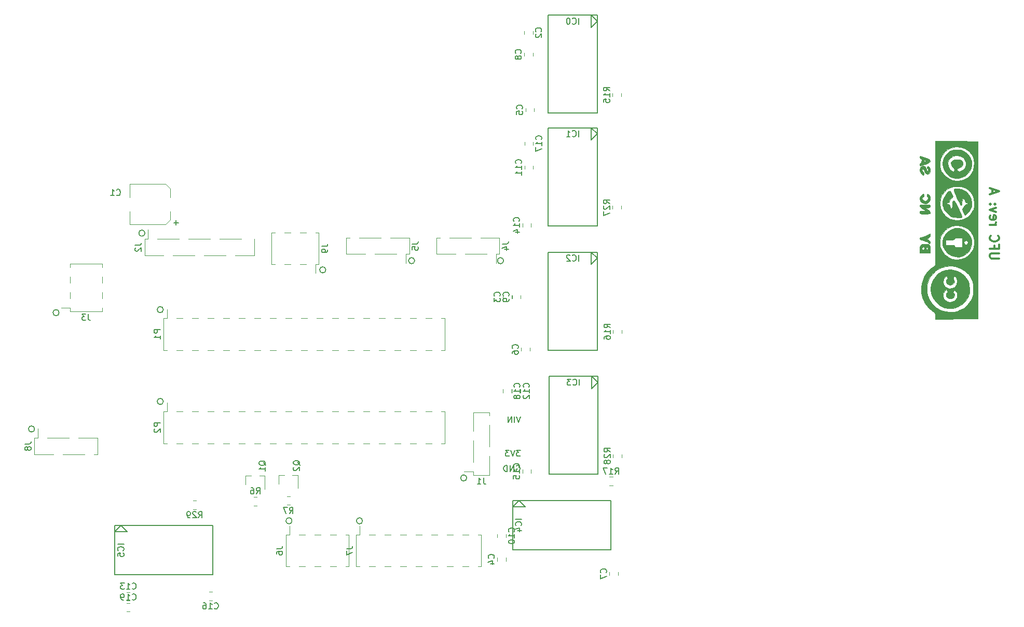
<source format=gbo>
G04 #@! TF.GenerationSoftware,KiCad,Pcbnew,(5.0.0)*
G04 #@! TF.CreationDate,2018-10-07T15:25:32-07:00*
G04 #@! TF.ProjectId,UFC,5546432E6B696361645F706362000000,A*
G04 #@! TF.SameCoordinates,Original*
G04 #@! TF.FileFunction,Legend,Bot*
G04 #@! TF.FilePolarity,Positive*
%FSLAX46Y46*%
G04 Gerber Fmt 4.6, Leading zero omitted, Abs format (unit mm)*
G04 Created by KiCad (PCBNEW (5.0.0)) date 10/07/18 15:25:32*
%MOMM*%
%LPD*%
G01*
G04 APERTURE LIST*
%ADD10C,0.150000*%
%ADD11C,0.300000*%
%ADD12C,0.180000*%
%ADD13C,0.120000*%
%ADD14C,0.010000*%
G04 APERTURE END LIST*
D10*
X141000000Y-123000000D02*
G75*
G03X141000000Y-123000000I-500000J0D01*
G01*
X124000000Y-130000000D02*
G75*
G03X124000000Y-130000000I-500000J0D01*
G01*
X70500000Y-115000000D02*
G75*
G03X70500000Y-115000000I-500000J0D01*
G01*
X112500000Y-130000000D02*
G75*
G03X112500000Y-130000000I-500000J0D01*
G01*
X91500000Y-110500000D02*
G75*
G03X91500000Y-110500000I-500000J0D01*
G01*
X91500000Y-95500000D02*
G75*
G03X91500000Y-95500000I-500000J0D01*
G01*
X147000000Y-87500000D02*
G75*
G03X147000000Y-87500000I-500000J0D01*
G01*
X132500000Y-87500000D02*
G75*
G03X132500000Y-87500000I-500000J0D01*
G01*
X118000000Y-89000000D02*
G75*
G03X118000000Y-89000000I-500000J0D01*
G01*
X74500000Y-96000000D02*
G75*
G03X74500000Y-96000000I-500000J0D01*
G01*
X88500000Y-83000000D02*
G75*
G03X88500000Y-83000000I-500000J0D01*
G01*
D11*
X227821428Y-87142857D02*
X226607142Y-87142857D01*
X226464285Y-87071428D01*
X226392857Y-87000000D01*
X226321428Y-86857142D01*
X226321428Y-86571428D01*
X226392857Y-86428571D01*
X226464285Y-86357142D01*
X226607142Y-86285714D01*
X227821428Y-86285714D01*
X227107142Y-85071428D02*
X227107142Y-85571428D01*
X226321428Y-85571428D02*
X227821428Y-85571428D01*
X227821428Y-84857142D01*
X226464285Y-83428571D02*
X226392857Y-83500000D01*
X226321428Y-83714285D01*
X226321428Y-83857142D01*
X226392857Y-84071428D01*
X226535714Y-84214285D01*
X226678571Y-84285714D01*
X226964285Y-84357142D01*
X227178571Y-84357142D01*
X227464285Y-84285714D01*
X227607142Y-84214285D01*
X227750000Y-84071428D01*
X227821428Y-83857142D01*
X227821428Y-83714285D01*
X227750000Y-83500000D01*
X227678571Y-83428571D01*
X226321428Y-81642857D02*
X227321428Y-81642857D01*
X227035714Y-81642857D02*
X227178571Y-81571428D01*
X227250000Y-81500000D01*
X227321428Y-81357142D01*
X227321428Y-81214285D01*
X226392857Y-80142857D02*
X226321428Y-80285714D01*
X226321428Y-80571428D01*
X226392857Y-80714285D01*
X226535714Y-80785714D01*
X227107142Y-80785714D01*
X227250000Y-80714285D01*
X227321428Y-80571428D01*
X227321428Y-80285714D01*
X227250000Y-80142857D01*
X227107142Y-80071428D01*
X226964285Y-80071428D01*
X226821428Y-80785714D01*
X227321428Y-79571428D02*
X226321428Y-79214285D01*
X227321428Y-78857142D01*
X226464285Y-78285714D02*
X226392857Y-78214285D01*
X226321428Y-78285714D01*
X226392857Y-78357142D01*
X226464285Y-78285714D01*
X226321428Y-78285714D01*
X227250000Y-78285714D02*
X227178571Y-78214285D01*
X227107142Y-78285714D01*
X227178571Y-78357142D01*
X227250000Y-78285714D01*
X227107142Y-78285714D01*
X226750000Y-76500000D02*
X226750000Y-75785714D01*
X226321428Y-76642857D02*
X227821428Y-76142857D01*
X226321428Y-75642857D01*
D12*
X149119047Y-121000000D02*
X149214285Y-120952380D01*
X149357143Y-120952380D01*
X149500000Y-121000000D01*
X149595238Y-121095238D01*
X149642857Y-121190476D01*
X149690476Y-121380952D01*
X149690476Y-121523809D01*
X149642857Y-121714285D01*
X149595238Y-121809523D01*
X149500000Y-121904761D01*
X149357143Y-121952380D01*
X149261904Y-121952380D01*
X149119047Y-121904761D01*
X149071428Y-121857142D01*
X149071428Y-121523809D01*
X149261904Y-121523809D01*
X148642857Y-121952380D02*
X148642857Y-120952380D01*
X148071428Y-121952380D01*
X148071428Y-120952380D01*
X147595238Y-121952380D02*
X147595238Y-120952380D01*
X147357143Y-120952380D01*
X147214285Y-121000000D01*
X147119047Y-121095238D01*
X147071428Y-121190476D01*
X147023809Y-121380952D01*
X147023809Y-121523809D01*
X147071428Y-121714285D01*
X147119047Y-121809523D01*
X147214285Y-121904761D01*
X147357143Y-121952380D01*
X147595238Y-121952380D01*
X149738095Y-118452380D02*
X149119047Y-118452380D01*
X149452380Y-118833333D01*
X149309523Y-118833333D01*
X149214285Y-118880952D01*
X149166666Y-118928571D01*
X149119047Y-119023809D01*
X149119047Y-119261904D01*
X149166666Y-119357142D01*
X149214285Y-119404761D01*
X149309523Y-119452380D01*
X149595238Y-119452380D01*
X149690476Y-119404761D01*
X149738095Y-119357142D01*
X148833333Y-118452380D02*
X148500000Y-119452380D01*
X148166666Y-118452380D01*
X147928571Y-118452380D02*
X147309523Y-118452380D01*
X147642857Y-118833333D01*
X147500000Y-118833333D01*
X147404761Y-118880952D01*
X147357142Y-118928571D01*
X147309523Y-119023809D01*
X147309523Y-119261904D01*
X147357142Y-119357142D01*
X147404761Y-119404761D01*
X147500000Y-119452380D01*
X147785714Y-119452380D01*
X147880952Y-119404761D01*
X147928571Y-119357142D01*
X149785715Y-112952380D02*
X149452381Y-113952380D01*
X149119048Y-112952380D01*
X148785715Y-113952380D02*
X148785715Y-112952380D01*
X148309524Y-113952380D02*
X148309524Y-112952380D01*
X147738096Y-113952380D01*
X147738096Y-112952380D01*
D10*
G04 #@! TO.C,IC0*
X162299000Y-48401000D02*
X161299000Y-47401000D01*
X161299000Y-47401000D02*
X161299000Y-49401000D01*
X161299000Y-49401000D02*
X162299000Y-48401000D01*
X162299000Y-47401000D02*
X154299000Y-47401000D01*
X154299000Y-47401000D02*
X154299000Y-63401000D01*
X154299000Y-63401000D02*
X162299000Y-63401000D01*
X162299000Y-63401000D02*
X162299000Y-47401000D01*
G04 #@! TO.C,IC1*
X162299000Y-66787000D02*
X161299000Y-65787000D01*
X161299000Y-65787000D02*
X161299000Y-67787000D01*
X161299000Y-67787000D02*
X162299000Y-66787000D01*
X162299000Y-65787000D02*
X154299000Y-65787000D01*
X154299000Y-65787000D02*
X154299000Y-81787000D01*
X154299000Y-81787000D02*
X162299000Y-81787000D01*
X162299000Y-81787000D02*
X162299000Y-65787000D01*
G04 #@! TO.C,IC2*
X162299000Y-87107000D02*
X161299000Y-86107000D01*
X161299000Y-86107000D02*
X161299000Y-88107000D01*
X161299000Y-88107000D02*
X162299000Y-87107000D01*
X162299000Y-86107000D02*
X154299000Y-86107000D01*
X154299000Y-86107000D02*
X154299000Y-102107000D01*
X154299000Y-102107000D02*
X162299000Y-102107000D01*
X162299000Y-102107000D02*
X162299000Y-86107000D01*
G04 #@! TO.C,IC3*
X162400000Y-107400000D02*
X161400000Y-106400000D01*
X161400000Y-106400000D02*
X161400000Y-108400000D01*
X161400000Y-108400000D02*
X162400000Y-107400000D01*
X162400000Y-106400000D02*
X154400000Y-106400000D01*
X154400000Y-106400000D02*
X154400000Y-122400000D01*
X154400000Y-122400000D02*
X162400000Y-122400000D01*
X162400000Y-122400000D02*
X162400000Y-106400000D01*
G04 #@! TO.C,IC4*
X149500000Y-126700000D02*
X148500000Y-127700000D01*
X148500000Y-127700000D02*
X150500000Y-127700000D01*
X150500000Y-127700000D02*
X149500000Y-126700000D01*
X148500000Y-126700000D02*
X148500000Y-134700000D01*
X148500000Y-134700000D02*
X164500000Y-134700000D01*
X164500000Y-134700000D02*
X164500000Y-126700000D01*
X164500000Y-126700000D02*
X148500000Y-126700000D01*
G04 #@! TO.C,IC5*
X84600000Y-130800000D02*
X83600000Y-131800000D01*
X83600000Y-131800000D02*
X85600000Y-131800000D01*
X85600000Y-131800000D02*
X84600000Y-130800000D01*
X83600000Y-130800000D02*
X83600000Y-138800000D01*
X83600000Y-138800000D02*
X99600000Y-138800000D01*
X99600000Y-138800000D02*
X99600000Y-130800000D01*
X99600000Y-130800000D02*
X83600000Y-130800000D01*
D13*
G04 #@! TO.C,C1*
X92600000Y-80840000D02*
X92600000Y-79420000D01*
X86000000Y-81600000D02*
X86000000Y-79420000D01*
X86000000Y-75000000D02*
X86000000Y-77180000D01*
X92600000Y-75760000D02*
X92600000Y-77180000D01*
X86000000Y-81600000D02*
X91840000Y-81600000D01*
X91840000Y-81600000D02*
X92600000Y-80840000D01*
X92600000Y-75760000D02*
X91840000Y-75000000D01*
X91840000Y-75000000D02*
X86000000Y-75000000D01*
G04 #@! TO.C,Q1*
X104920000Y-122640000D02*
X105850000Y-122640000D01*
X108080000Y-122640000D02*
X107150000Y-122640000D01*
X108080000Y-122640000D02*
X108080000Y-124800000D01*
X104920000Y-122640000D02*
X104920000Y-124100000D01*
G04 #@! TO.C,Q2*
X110320000Y-122540000D02*
X111250000Y-122540000D01*
X113480000Y-122540000D02*
X112550000Y-122540000D01*
X113480000Y-122540000D02*
X113480000Y-124700000D01*
X110320000Y-122540000D02*
X110320000Y-124000000D01*
D14*
G04 #@! TO.C,G\002A\002A\002A*
G36*
X216611868Y-85646136D02*
X216580940Y-85187706D01*
X216479733Y-84922623D01*
X216290144Y-84819294D01*
X216138628Y-84820309D01*
X215804548Y-84807960D01*
X215581712Y-84758231D01*
X215286968Y-84759943D01*
X215057545Y-84958331D01*
X214916245Y-85323110D01*
X214881818Y-85687790D01*
X214881818Y-86194545D01*
X215459091Y-86194545D01*
X215459091Y-85732727D01*
X215273934Y-85679992D01*
X215247529Y-85483833D01*
X215249015Y-85472954D01*
X215343379Y-85269852D01*
X215459091Y-85213181D01*
X215608450Y-85311460D01*
X215669166Y-85472954D01*
X215647809Y-85675588D01*
X215469424Y-85732666D01*
X215459091Y-85732727D01*
X215459091Y-86194545D01*
X216094091Y-86194545D01*
X216094091Y-85732727D01*
X215953052Y-85636473D01*
X215920909Y-85501818D01*
X215993099Y-85313767D01*
X216094091Y-85270909D01*
X216235129Y-85367163D01*
X216267273Y-85501818D01*
X216195082Y-85689869D01*
X216094091Y-85732727D01*
X216094091Y-86194545D01*
X216613636Y-86194545D01*
X216611868Y-85646136D01*
X216611868Y-85646136D01*
G37*
X216611868Y-85646136D02*
X216580940Y-85187706D01*
X216479733Y-84922623D01*
X216290144Y-84819294D01*
X216138628Y-84820309D01*
X215804548Y-84807960D01*
X215581712Y-84758231D01*
X215286968Y-84759943D01*
X215057545Y-84958331D01*
X214916245Y-85323110D01*
X214881818Y-85687790D01*
X214881818Y-86194545D01*
X215459091Y-86194545D01*
X215459091Y-85732727D01*
X215273934Y-85679992D01*
X215247529Y-85483833D01*
X215249015Y-85472954D01*
X215343379Y-85269852D01*
X215459091Y-85213181D01*
X215608450Y-85311460D01*
X215669166Y-85472954D01*
X215647809Y-85675588D01*
X215469424Y-85732666D01*
X215459091Y-85732727D01*
X215459091Y-86194545D01*
X216094091Y-86194545D01*
X216094091Y-85732727D01*
X215953052Y-85636473D01*
X215920909Y-85501818D01*
X215993099Y-85313767D01*
X216094091Y-85270909D01*
X216235129Y-85367163D01*
X216267273Y-85501818D01*
X216195082Y-85689869D01*
X216094091Y-85732727D01*
X216094091Y-86194545D01*
X216613636Y-86194545D01*
X216611868Y-85646136D01*
G36*
X216112811Y-83361042D02*
X215738592Y-83537226D01*
X215374034Y-83641944D01*
X215246902Y-83654545D01*
X214985097Y-83686836D01*
X214888040Y-83809117D01*
X214881818Y-83885454D01*
X214935812Y-84054039D01*
X215137173Y-84113802D01*
X215230476Y-84116363D01*
X215544574Y-84178557D01*
X215914024Y-84334462D01*
X216036364Y-84405000D01*
X216356651Y-84600653D01*
X216529387Y-84674222D01*
X216599928Y-84630531D01*
X216613629Y-84474406D01*
X216613636Y-84466414D01*
X216514903Y-84246306D01*
X216296302Y-84072924D01*
X215978967Y-83906656D01*
X216296302Y-83762068D01*
X216554855Y-83558880D01*
X216613636Y-83342510D01*
X216613636Y-83067539D01*
X216112811Y-83361042D01*
X216112811Y-83361042D01*
G37*
X216112811Y-83361042D02*
X215738592Y-83537226D01*
X215374034Y-83641944D01*
X215246902Y-83654545D01*
X214985097Y-83686836D01*
X214888040Y-83809117D01*
X214881818Y-83885454D01*
X214935812Y-84054039D01*
X215137173Y-84113802D01*
X215230476Y-84116363D01*
X215544574Y-84178557D01*
X215914024Y-84334462D01*
X216036364Y-84405000D01*
X216356651Y-84600653D01*
X216529387Y-84674222D01*
X216599928Y-84630531D01*
X216613629Y-84474406D01*
X216613636Y-84466414D01*
X216514903Y-84246306D01*
X216296302Y-84072924D01*
X215978967Y-83906656D01*
X216296302Y-83762068D01*
X216554855Y-83558880D01*
X216613636Y-83342510D01*
X216613636Y-83067539D01*
X216112811Y-83361042D01*
G36*
X216591410Y-78452904D02*
X216492996Y-78385607D01*
X216270790Y-78353374D01*
X215877185Y-78343894D01*
X215747727Y-78343636D01*
X215301095Y-78350471D01*
X215038886Y-78378180D01*
X214914835Y-78437570D01*
X214882676Y-78539444D01*
X214882649Y-78545681D01*
X214973959Y-78721057D01*
X215205769Y-78943209D01*
X215373331Y-79063398D01*
X215863182Y-79379069D01*
X215372500Y-79380898D01*
X215058812Y-79399238D01*
X214915141Y-79469991D01*
X214881818Y-79613636D01*
X214902270Y-79731697D01*
X214995526Y-79800968D01*
X215209438Y-79834210D01*
X215591858Y-79844183D01*
X215747727Y-79844545D01*
X216190136Y-79839247D01*
X216449688Y-79814680D01*
X216574348Y-79757837D01*
X216612084Y-79655713D01*
X216613636Y-79609742D01*
X216505229Y-79375291D01*
X216199759Y-79130476D01*
X216180682Y-79119060D01*
X215747727Y-78863181D01*
X216180682Y-78827348D01*
X216476941Y-78775335D01*
X216599747Y-78663397D01*
X216613636Y-78567576D01*
X216591410Y-78452904D01*
X216591410Y-78452904D01*
G37*
X216591410Y-78452904D02*
X216492996Y-78385607D01*
X216270790Y-78353374D01*
X215877185Y-78343894D01*
X215747727Y-78343636D01*
X215301095Y-78350471D01*
X215038886Y-78378180D01*
X214914835Y-78437570D01*
X214882676Y-78539444D01*
X214882649Y-78545681D01*
X214973959Y-78721057D01*
X215205769Y-78943209D01*
X215373331Y-79063398D01*
X215863182Y-79379069D01*
X215372500Y-79380898D01*
X215058812Y-79399238D01*
X214915141Y-79469991D01*
X214881818Y-79613636D01*
X214902270Y-79731697D01*
X214995526Y-79800968D01*
X215209438Y-79834210D01*
X215591858Y-79844183D01*
X215747727Y-79844545D01*
X216190136Y-79839247D01*
X216449688Y-79814680D01*
X216574348Y-79757837D01*
X216612084Y-79655713D01*
X216613636Y-79609742D01*
X216505229Y-79375291D01*
X216199759Y-79130476D01*
X216180682Y-79119060D01*
X215747727Y-78863181D01*
X216180682Y-78827348D01*
X216476941Y-78775335D01*
X216599747Y-78663397D01*
X216613636Y-78567576D01*
X216591410Y-78452904D01*
G36*
X216549239Y-77019750D02*
X216387713Y-76745220D01*
X216176556Y-76614367D01*
X216143571Y-76611818D01*
X216056442Y-76708590D01*
X216036364Y-76842727D01*
X216084713Y-77030337D01*
X216151818Y-77073636D01*
X216238850Y-77172372D01*
X216267273Y-77360073D01*
X216192229Y-77609988D01*
X215989390Y-77716254D01*
X215698863Y-77724438D01*
X215446240Y-77629061D01*
X215273258Y-77472771D01*
X215221655Y-77298217D01*
X215333169Y-77148050D01*
X215401364Y-77115387D01*
X215527062Y-76986668D01*
X215573578Y-76793798D01*
X215528964Y-76641015D01*
X215459091Y-76611818D01*
X215252686Y-76707484D01*
X215045422Y-76936432D01*
X214905442Y-77211584D01*
X214881818Y-77349482D01*
X214955120Y-77649953D01*
X215083864Y-77868680D01*
X215412494Y-78117428D01*
X215787092Y-78187545D01*
X216148910Y-78098485D01*
X216439198Y-77869701D01*
X216599210Y-77520644D01*
X216613636Y-77362139D01*
X216549239Y-77019750D01*
X216549239Y-77019750D01*
G37*
X216549239Y-77019750D02*
X216387713Y-76745220D01*
X216176556Y-76614367D01*
X216143571Y-76611818D01*
X216056442Y-76708590D01*
X216036364Y-76842727D01*
X216084713Y-77030337D01*
X216151818Y-77073636D01*
X216238850Y-77172372D01*
X216267273Y-77360073D01*
X216192229Y-77609988D01*
X215989390Y-77716254D01*
X215698863Y-77724438D01*
X215446240Y-77629061D01*
X215273258Y-77472771D01*
X215221655Y-77298217D01*
X215333169Y-77148050D01*
X215401364Y-77115387D01*
X215527062Y-76986668D01*
X215573578Y-76793798D01*
X215528964Y-76641015D01*
X215459091Y-76611818D01*
X215252686Y-76707484D01*
X215045422Y-76936432D01*
X214905442Y-77211584D01*
X214881818Y-77349482D01*
X214955120Y-77649953D01*
X215083864Y-77868680D01*
X215412494Y-78117428D01*
X215787092Y-78187545D01*
X216148910Y-78098485D01*
X216439198Y-77869701D01*
X216599210Y-77520644D01*
X216613636Y-77362139D01*
X216549239Y-77019750D01*
G36*
X216587976Y-72503024D02*
X216563278Y-72385984D01*
X216444835Y-72195748D01*
X216262775Y-72107580D01*
X216099405Y-72137679D01*
X216036364Y-72282272D01*
X216098706Y-72435916D01*
X216151818Y-72455454D01*
X216245623Y-72552153D01*
X216267273Y-72686363D01*
X216224359Y-72885205D01*
X216125865Y-72890038D01*
X216017164Y-72714525D01*
X215981871Y-72600418D01*
X215821019Y-72201961D01*
X215586093Y-72013322D01*
X215453201Y-71993636D01*
X215160057Y-72090570D01*
X214966180Y-72336931D01*
X214889438Y-72666057D01*
X214947705Y-73011289D01*
X215112727Y-73263636D01*
X215319499Y-73433147D01*
X215459091Y-73494545D01*
X215560382Y-73410357D01*
X215563802Y-73227284D01*
X215481300Y-73049563D01*
X215401364Y-72990976D01*
X215270909Y-72856453D01*
X215231984Y-72655870D01*
X215289196Y-72492611D01*
X215377488Y-72455454D01*
X215509298Y-72554397D01*
X215629120Y-72795175D01*
X215637261Y-72820885D01*
X215816151Y-73183658D01*
X216043120Y-73353712D01*
X216275977Y-73350861D01*
X216472532Y-73194920D01*
X216590595Y-72905702D01*
X216587976Y-72503024D01*
X216587976Y-72503024D01*
G37*
X216587976Y-72503024D02*
X216563278Y-72385984D01*
X216444835Y-72195748D01*
X216262775Y-72107580D01*
X216099405Y-72137679D01*
X216036364Y-72282272D01*
X216098706Y-72435916D01*
X216151818Y-72455454D01*
X216245623Y-72552153D01*
X216267273Y-72686363D01*
X216224359Y-72885205D01*
X216125865Y-72890038D01*
X216017164Y-72714525D01*
X215981871Y-72600418D01*
X215821019Y-72201961D01*
X215586093Y-72013322D01*
X215453201Y-71993636D01*
X215160057Y-72090570D01*
X214966180Y-72336931D01*
X214889438Y-72666057D01*
X214947705Y-73011289D01*
X215112727Y-73263636D01*
X215319499Y-73433147D01*
X215459091Y-73494545D01*
X215560382Y-73410357D01*
X215563802Y-73227284D01*
X215481300Y-73049563D01*
X215401364Y-72990976D01*
X215270909Y-72856453D01*
X215231984Y-72655870D01*
X215289196Y-72492611D01*
X215377488Y-72455454D01*
X215509298Y-72554397D01*
X215629120Y-72795175D01*
X215637261Y-72820885D01*
X215816151Y-73183658D01*
X216043120Y-73353712D01*
X216275977Y-73350861D01*
X216472532Y-73194920D01*
X216590595Y-72905702D01*
X216587976Y-72503024D01*
G36*
X216407712Y-70929185D02*
X216014118Y-70749128D01*
X215509718Y-70564409D01*
X215182947Y-70455838D01*
X214995276Y-70418355D01*
X214908177Y-70446899D01*
X214883121Y-70536409D01*
X214881818Y-70600401D01*
X214952199Y-70794543D01*
X215055000Y-70839091D01*
X215192850Y-70941752D01*
X215228182Y-71173102D01*
X215172709Y-71443624D01*
X215055000Y-71573569D01*
X214925118Y-71697026D01*
X214881473Y-71869276D01*
X214941992Y-71985418D01*
X214983217Y-71993636D01*
X215135893Y-71955598D01*
X215438175Y-71855929D01*
X215747727Y-71744033D01*
X215747727Y-71300909D01*
X215594084Y-71238567D01*
X215574545Y-71185454D01*
X215668059Y-71083025D01*
X215747727Y-71070000D01*
X215901371Y-71132342D01*
X215920909Y-71185454D01*
X215827396Y-71287883D01*
X215747727Y-71300909D01*
X215747727Y-71744033D01*
X215820263Y-71717812D01*
X216308392Y-71502348D01*
X216568122Y-71303525D01*
X216600785Y-71114689D01*
X216407712Y-70929185D01*
X216407712Y-70929185D01*
G37*
X216407712Y-70929185D02*
X216014118Y-70749128D01*
X215509718Y-70564409D01*
X215182947Y-70455838D01*
X214995276Y-70418355D01*
X214908177Y-70446899D01*
X214883121Y-70536409D01*
X214881818Y-70600401D01*
X214952199Y-70794543D01*
X215055000Y-70839091D01*
X215192850Y-70941752D01*
X215228182Y-71173102D01*
X215172709Y-71443624D01*
X215055000Y-71573569D01*
X214925118Y-71697026D01*
X214881473Y-71869276D01*
X214941992Y-71985418D01*
X214983217Y-71993636D01*
X215135893Y-71955598D01*
X215438175Y-71855929D01*
X215747727Y-71744033D01*
X215747727Y-71300909D01*
X215594084Y-71238567D01*
X215574545Y-71185454D01*
X215668059Y-71083025D01*
X215747727Y-71070000D01*
X215901371Y-71132342D01*
X215920909Y-71185454D01*
X215827396Y-71287883D01*
X215747727Y-71300909D01*
X215747727Y-71744033D01*
X215820263Y-71717812D01*
X216308392Y-71502348D01*
X216568122Y-71303525D01*
X216600785Y-71114689D01*
X216407712Y-70929185D01*
G36*
X220914318Y-67979898D02*
X217421818Y-67949341D01*
X217421818Y-88223438D01*
X216852783Y-88648263D01*
X216170483Y-89293085D01*
X215645908Y-90069780D01*
X215291901Y-90936884D01*
X215121303Y-91852931D01*
X215146956Y-92776458D01*
X215335992Y-93545669D01*
X215763391Y-94427592D01*
X216355121Y-95191669D01*
X216852783Y-95632646D01*
X217170130Y-95883208D01*
X217340787Y-96077678D01*
X217409683Y-96288807D01*
X217421818Y-96554064D01*
X217421818Y-97050658D01*
X219802388Y-97029831D01*
X219802388Y-95887784D01*
X219043405Y-95821915D01*
X218376811Y-95642405D01*
X218225365Y-95575479D01*
X217532294Y-95121554D01*
X216913485Y-94500876D01*
X216422567Y-93776676D01*
X216144328Y-93121818D01*
X216064759Y-92651720D01*
X216053999Y-92060653D01*
X216108869Y-91447047D01*
X216214561Y-90947309D01*
X216402443Y-90497630D01*
X216688045Y-90012468D01*
X216878425Y-89754927D01*
X217537543Y-89117039D01*
X218288625Y-88670376D01*
X219099231Y-88411629D01*
X219936919Y-88337492D01*
X220769248Y-88444659D01*
X220907998Y-88494457D01*
X220907998Y-87335967D01*
X220154983Y-87210824D01*
X219532776Y-86936461D01*
X218924031Y-86455085D01*
X218486477Y-85846255D01*
X218230835Y-85148555D01*
X218167826Y-84400570D01*
X218308173Y-83640885D01*
X218493673Y-83197021D01*
X218925038Y-82594412D01*
X219495784Y-82143646D01*
X220163705Y-81853934D01*
X220886594Y-81734486D01*
X220968337Y-81741155D01*
X220968337Y-80882508D01*
X220275408Y-80819533D01*
X219693505Y-80606141D01*
X219134968Y-80209573D01*
X219110478Y-80188213D01*
X218601618Y-79598658D01*
X218281297Y-78912972D01*
X218157995Y-78174406D01*
X218240191Y-77426211D01*
X218456990Y-76854841D01*
X218829477Y-76316459D01*
X219328034Y-75845756D01*
X219868478Y-75522123D01*
X219871519Y-75520851D01*
X220392196Y-75387313D01*
X221000909Y-75348683D01*
X221000909Y-74459794D01*
X220282834Y-74387966D01*
X219673018Y-74154694D01*
X219114863Y-73733297D01*
X218831760Y-73437235D01*
X218395587Y-72818246D01*
X218174588Y-72177802D01*
X218161083Y-71478726D01*
X218296412Y-70845863D01*
X218554281Y-70284435D01*
X218957867Y-69754604D01*
X219447836Y-69318841D01*
X219964854Y-69039619D01*
X220032940Y-69017486D01*
X220834393Y-68885012D01*
X221610860Y-68953076D01*
X222325564Y-69205685D01*
X222941725Y-69626846D01*
X223422566Y-70200566D01*
X223616132Y-70575610D01*
X223726636Y-71018178D01*
X223765850Y-71579970D01*
X223734835Y-72160927D01*
X223634653Y-72660991D01*
X223592785Y-72776662D01*
X223197304Y-73439708D01*
X222642134Y-73955025D01*
X221961345Y-74300489D01*
X221189007Y-74453974D01*
X221000909Y-74459794D01*
X221000909Y-75348683D01*
X221017575Y-75347625D01*
X221644942Y-75400018D01*
X222171583Y-75542725D01*
X222213182Y-75561164D01*
X222779944Y-75928127D01*
X223269395Y-76437625D01*
X223592785Y-76983337D01*
X223712840Y-77441195D01*
X223764036Y-78008982D01*
X223745311Y-78586641D01*
X223655604Y-79074112D01*
X223616132Y-79184390D01*
X223224054Y-79834134D01*
X222668020Y-80348512D01*
X221986840Y-80702633D01*
X221219324Y-80871608D01*
X220968337Y-80882508D01*
X220968337Y-81741155D01*
X221622243Y-81794512D01*
X222328444Y-82043223D01*
X222707773Y-82277454D01*
X223217585Y-82788266D01*
X223570227Y-83426515D01*
X223755672Y-84141685D01*
X223763895Y-84883262D01*
X223584872Y-85600728D01*
X223430609Y-85919760D01*
X222950858Y-86541118D01*
X222344677Y-86991009D01*
X221650810Y-87259327D01*
X220907998Y-87335967D01*
X220907998Y-88494457D01*
X221563778Y-88729820D01*
X222288067Y-89189671D01*
X222909675Y-89820903D01*
X223291022Y-90408636D01*
X223435862Y-90705484D01*
X223526830Y-90981385D01*
X223576090Y-91304841D01*
X223595808Y-91744356D01*
X223598547Y-92140454D01*
X223593020Y-92687487D01*
X223567454Y-93072697D01*
X223508526Y-93365073D01*
X223402913Y-93633605D01*
X223256164Y-93913306D01*
X222726591Y-94648835D01*
X222046174Y-95246120D01*
X221264133Y-95662138D01*
X221248801Y-95667936D01*
X220566580Y-95837347D01*
X219802388Y-95887784D01*
X219802388Y-97029831D01*
X220914318Y-97020102D01*
X224406818Y-96989545D01*
X224406818Y-68010454D01*
X220914318Y-67979898D01*
X220914318Y-67979898D01*
G37*
X220914318Y-67979898D02*
X217421818Y-67949341D01*
X217421818Y-88223438D01*
X216852783Y-88648263D01*
X216170483Y-89293085D01*
X215645908Y-90069780D01*
X215291901Y-90936884D01*
X215121303Y-91852931D01*
X215146956Y-92776458D01*
X215335992Y-93545669D01*
X215763391Y-94427592D01*
X216355121Y-95191669D01*
X216852783Y-95632646D01*
X217170130Y-95883208D01*
X217340787Y-96077678D01*
X217409683Y-96288807D01*
X217421818Y-96554064D01*
X217421818Y-97050658D01*
X219802388Y-97029831D01*
X219802388Y-95887784D01*
X219043405Y-95821915D01*
X218376811Y-95642405D01*
X218225365Y-95575479D01*
X217532294Y-95121554D01*
X216913485Y-94500876D01*
X216422567Y-93776676D01*
X216144328Y-93121818D01*
X216064759Y-92651720D01*
X216053999Y-92060653D01*
X216108869Y-91447047D01*
X216214561Y-90947309D01*
X216402443Y-90497630D01*
X216688045Y-90012468D01*
X216878425Y-89754927D01*
X217537543Y-89117039D01*
X218288625Y-88670376D01*
X219099231Y-88411629D01*
X219936919Y-88337492D01*
X220769248Y-88444659D01*
X220907998Y-88494457D01*
X220907998Y-87335967D01*
X220154983Y-87210824D01*
X219532776Y-86936461D01*
X218924031Y-86455085D01*
X218486477Y-85846255D01*
X218230835Y-85148555D01*
X218167826Y-84400570D01*
X218308173Y-83640885D01*
X218493673Y-83197021D01*
X218925038Y-82594412D01*
X219495784Y-82143646D01*
X220163705Y-81853934D01*
X220886594Y-81734486D01*
X220968337Y-81741155D01*
X220968337Y-80882508D01*
X220275408Y-80819533D01*
X219693505Y-80606141D01*
X219134968Y-80209573D01*
X219110478Y-80188213D01*
X218601618Y-79598658D01*
X218281297Y-78912972D01*
X218157995Y-78174406D01*
X218240191Y-77426211D01*
X218456990Y-76854841D01*
X218829477Y-76316459D01*
X219328034Y-75845756D01*
X219868478Y-75522123D01*
X219871519Y-75520851D01*
X220392196Y-75387313D01*
X221000909Y-75348683D01*
X221000909Y-74459794D01*
X220282834Y-74387966D01*
X219673018Y-74154694D01*
X219114863Y-73733297D01*
X218831760Y-73437235D01*
X218395587Y-72818246D01*
X218174588Y-72177802D01*
X218161083Y-71478726D01*
X218296412Y-70845863D01*
X218554281Y-70284435D01*
X218957867Y-69754604D01*
X219447836Y-69318841D01*
X219964854Y-69039619D01*
X220032940Y-69017486D01*
X220834393Y-68885012D01*
X221610860Y-68953076D01*
X222325564Y-69205685D01*
X222941725Y-69626846D01*
X223422566Y-70200566D01*
X223616132Y-70575610D01*
X223726636Y-71018178D01*
X223765850Y-71579970D01*
X223734835Y-72160927D01*
X223634653Y-72660991D01*
X223592785Y-72776662D01*
X223197304Y-73439708D01*
X222642134Y-73955025D01*
X221961345Y-74300489D01*
X221189007Y-74453974D01*
X221000909Y-74459794D01*
X221000909Y-75348683D01*
X221017575Y-75347625D01*
X221644942Y-75400018D01*
X222171583Y-75542725D01*
X222213182Y-75561164D01*
X222779944Y-75928127D01*
X223269395Y-76437625D01*
X223592785Y-76983337D01*
X223712840Y-77441195D01*
X223764036Y-78008982D01*
X223745311Y-78586641D01*
X223655604Y-79074112D01*
X223616132Y-79184390D01*
X223224054Y-79834134D01*
X222668020Y-80348512D01*
X221986840Y-80702633D01*
X221219324Y-80871608D01*
X220968337Y-80882508D01*
X220968337Y-81741155D01*
X221622243Y-81794512D01*
X222328444Y-82043223D01*
X222707773Y-82277454D01*
X223217585Y-82788266D01*
X223570227Y-83426515D01*
X223755672Y-84141685D01*
X223763895Y-84883262D01*
X223584872Y-85600728D01*
X223430609Y-85919760D01*
X222950858Y-86541118D01*
X222344677Y-86991009D01*
X221650810Y-87259327D01*
X220907998Y-87335967D01*
X220907998Y-88494457D01*
X221563778Y-88729820D01*
X222288067Y-89189671D01*
X222909675Y-89820903D01*
X223291022Y-90408636D01*
X223435862Y-90705484D01*
X223526830Y-90981385D01*
X223576090Y-91304841D01*
X223595808Y-91744356D01*
X223598547Y-92140454D01*
X223593020Y-92687487D01*
X223567454Y-93072697D01*
X223508526Y-93365073D01*
X223402913Y-93633605D01*
X223256164Y-93913306D01*
X222726591Y-94648835D01*
X222046174Y-95246120D01*
X221264133Y-95662138D01*
X221248801Y-95667936D01*
X220566580Y-95837347D01*
X219802388Y-95887784D01*
X219802388Y-97029831D01*
X220914318Y-97020102D01*
X224406818Y-96989545D01*
X224406818Y-68010454D01*
X220914318Y-67979898D01*
G36*
X222972151Y-91423701D02*
X222813538Y-90849029D01*
X222512799Y-90342163D01*
X222078647Y-89866544D01*
X221427270Y-89382096D01*
X220696399Y-89080585D01*
X219927354Y-88961414D01*
X219161458Y-89023987D01*
X218440029Y-89267706D01*
X217804388Y-89691974D01*
X217566005Y-89931733D01*
X217083982Y-90620012D01*
X216772580Y-91370311D01*
X216646254Y-92132826D01*
X216718137Y-92852580D01*
X217004303Y-93547898D01*
X217471291Y-94194611D01*
X218069087Y-94738370D01*
X218747676Y-95124826D01*
X218843750Y-95162353D01*
X219588361Y-95319403D01*
X219792386Y-95306461D01*
X219792386Y-94277927D01*
X219390128Y-94182530D01*
X219049179Y-93963744D01*
X218803326Y-93651840D01*
X218686355Y-93277092D01*
X218732052Y-92869771D01*
X218964594Y-92471210D01*
X219237369Y-92154090D01*
X219372747Y-92407045D01*
X219439017Y-92600057D01*
X219396388Y-92660000D01*
X219269476Y-92759103D01*
X219192573Y-92993624D01*
X219191154Y-93269378D01*
X219210091Y-93348716D01*
X219376084Y-93534822D01*
X219677108Y-93647487D01*
X219748009Y-93651438D01*
X219748009Y-92036011D01*
X219443030Y-91967523D01*
X219017091Y-91724488D01*
X218760176Y-91363826D01*
X218687049Y-90937681D01*
X218812471Y-90498196D01*
X218964594Y-90277574D01*
X219148972Y-90075300D01*
X219250988Y-90036473D01*
X219337668Y-90148469D01*
X219366570Y-90201867D01*
X219435319Y-90400379D01*
X219340999Y-90502042D01*
X219316972Y-90511893D01*
X219182929Y-90679169D01*
X219174768Y-90897808D01*
X219299287Y-91194713D01*
X219549466Y-91383937D01*
X219861039Y-91460646D01*
X220169737Y-91420005D01*
X220411294Y-91257181D01*
X220518570Y-90998887D01*
X220503434Y-90709569D01*
X220429987Y-90531743D01*
X220364561Y-90334632D01*
X220404014Y-90122062D01*
X220523815Y-90006565D01*
X220544896Y-90004545D01*
X220711830Y-90106612D01*
X220867432Y-90362148D01*
X220974588Y-90695157D01*
X221000909Y-90938301D01*
X220903260Y-91426431D01*
X220636102Y-91789131D01*
X220238123Y-92000844D01*
X219748009Y-92036011D01*
X219748009Y-93651438D01*
X220023570Y-93666795D01*
X220296025Y-93590142D01*
X220441721Y-93430211D01*
X220530134Y-93188301D01*
X220548113Y-92948367D01*
X220482507Y-92794362D01*
X220423636Y-92775454D01*
X220316142Y-92702290D01*
X220384054Y-92490920D01*
X220418356Y-92433681D01*
X220521680Y-92334473D01*
X220661899Y-92394200D01*
X220762952Y-92480439D01*
X220942812Y-92752549D01*
X221000805Y-93163910D01*
X221000909Y-93187176D01*
X220966698Y-93548537D01*
X220828596Y-93802990D01*
X220645687Y-93977464D01*
X220222168Y-94219663D01*
X219792386Y-94277927D01*
X219792386Y-95306461D01*
X220355654Y-95270730D01*
X221105106Y-95032703D01*
X221796195Y-94621688D01*
X222388400Y-94054054D01*
X222704677Y-93602807D01*
X222870698Y-93288213D01*
X222966434Y-92993344D01*
X223009955Y-92634224D01*
X223019365Y-92140454D01*
X222972151Y-91423701D01*
X222972151Y-91423701D01*
G37*
X222972151Y-91423701D02*
X222813538Y-90849029D01*
X222512799Y-90342163D01*
X222078647Y-89866544D01*
X221427270Y-89382096D01*
X220696399Y-89080585D01*
X219927354Y-88961414D01*
X219161458Y-89023987D01*
X218440029Y-89267706D01*
X217804388Y-89691974D01*
X217566005Y-89931733D01*
X217083982Y-90620012D01*
X216772580Y-91370311D01*
X216646254Y-92132826D01*
X216718137Y-92852580D01*
X217004303Y-93547898D01*
X217471291Y-94194611D01*
X218069087Y-94738370D01*
X218747676Y-95124826D01*
X218843750Y-95162353D01*
X219588361Y-95319403D01*
X219792386Y-95306461D01*
X219792386Y-94277927D01*
X219390128Y-94182530D01*
X219049179Y-93963744D01*
X218803326Y-93651840D01*
X218686355Y-93277092D01*
X218732052Y-92869771D01*
X218964594Y-92471210D01*
X219237369Y-92154090D01*
X219372747Y-92407045D01*
X219439017Y-92600057D01*
X219396388Y-92660000D01*
X219269476Y-92759103D01*
X219192573Y-92993624D01*
X219191154Y-93269378D01*
X219210091Y-93348716D01*
X219376084Y-93534822D01*
X219677108Y-93647487D01*
X219748009Y-93651438D01*
X219748009Y-92036011D01*
X219443030Y-91967523D01*
X219017091Y-91724488D01*
X218760176Y-91363826D01*
X218687049Y-90937681D01*
X218812471Y-90498196D01*
X218964594Y-90277574D01*
X219148972Y-90075300D01*
X219250988Y-90036473D01*
X219337668Y-90148469D01*
X219366570Y-90201867D01*
X219435319Y-90400379D01*
X219340999Y-90502042D01*
X219316972Y-90511893D01*
X219182929Y-90679169D01*
X219174768Y-90897808D01*
X219299287Y-91194713D01*
X219549466Y-91383937D01*
X219861039Y-91460646D01*
X220169737Y-91420005D01*
X220411294Y-91257181D01*
X220518570Y-90998887D01*
X220503434Y-90709569D01*
X220429987Y-90531743D01*
X220364561Y-90334632D01*
X220404014Y-90122062D01*
X220523815Y-90006565D01*
X220544896Y-90004545D01*
X220711830Y-90106612D01*
X220867432Y-90362148D01*
X220974588Y-90695157D01*
X221000909Y-90938301D01*
X220903260Y-91426431D01*
X220636102Y-91789131D01*
X220238123Y-92000844D01*
X219748009Y-92036011D01*
X219748009Y-93651438D01*
X220023570Y-93666795D01*
X220296025Y-93590142D01*
X220441721Y-93430211D01*
X220530134Y-93188301D01*
X220548113Y-92948367D01*
X220482507Y-92794362D01*
X220423636Y-92775454D01*
X220316142Y-92702290D01*
X220384054Y-92490920D01*
X220418356Y-92433681D01*
X220521680Y-92334473D01*
X220661899Y-92394200D01*
X220762952Y-92480439D01*
X220942812Y-92752549D01*
X221000805Y-93163910D01*
X221000909Y-93187176D01*
X220966698Y-93548537D01*
X220828596Y-93802990D01*
X220645687Y-93977464D01*
X220222168Y-94219663D01*
X219792386Y-94277927D01*
X219792386Y-95306461D01*
X220355654Y-95270730D01*
X221105106Y-95032703D01*
X221796195Y-94621688D01*
X222388400Y-94054054D01*
X222704677Y-93602807D01*
X222870698Y-93288213D01*
X222966434Y-92993344D01*
X223009955Y-92634224D01*
X223019365Y-92140454D01*
X222972151Y-91423701D01*
G36*
X223323523Y-84083539D02*
X223105309Y-83455587D01*
X222709308Y-82903755D01*
X222144649Y-82468566D01*
X222003688Y-82394912D01*
X221337406Y-82190405D01*
X220664018Y-82192343D01*
X220024644Y-82381352D01*
X219460399Y-82738061D01*
X219012403Y-83243096D01*
X218721771Y-83877084D01*
X218702016Y-83950514D01*
X218614863Y-84335758D01*
X218595261Y-84614497D01*
X218645772Y-84901801D01*
X218729555Y-85186805D01*
X219036550Y-85831522D01*
X219486316Y-86329295D01*
X220039732Y-86672165D01*
X220657679Y-86852176D01*
X221301037Y-86861371D01*
X221809091Y-86724539D01*
X221809091Y-85270909D01*
X221174091Y-85270909D01*
X220791148Y-85255361D01*
X220593993Y-85200804D01*
X220539091Y-85097727D01*
X220485891Y-84997168D01*
X220297299Y-84943179D01*
X219929829Y-84924887D01*
X219846364Y-84924545D01*
X219153636Y-84924545D01*
X219153636Y-84116363D01*
X219846364Y-84116363D01*
X220248599Y-84103063D01*
X220464557Y-84055915D01*
X220537725Y-83964048D01*
X220539091Y-83943181D01*
X220596100Y-83838743D01*
X220796141Y-83784973D01*
X221174091Y-83770000D01*
X221809091Y-83770000D01*
X221809091Y-85270909D01*
X221809091Y-86724539D01*
X221930685Y-86691790D01*
X222507504Y-86335478D01*
X222526619Y-86316121D01*
X222526619Y-84902360D01*
X222308388Y-84877328D01*
X222173215Y-84729473D01*
X222108350Y-84455876D01*
X222238816Y-84276659D01*
X222446822Y-84231818D01*
X222703095Y-84308122D01*
X222778549Y-84515134D01*
X222713064Y-84722500D01*
X222526619Y-84902360D01*
X222526619Y-86316121D01*
X222820144Y-86018875D01*
X223190070Y-85405707D01*
X223354820Y-84747087D01*
X223323523Y-84083539D01*
X223323523Y-84083539D01*
G37*
X223323523Y-84083539D02*
X223105309Y-83455587D01*
X222709308Y-82903755D01*
X222144649Y-82468566D01*
X222003688Y-82394912D01*
X221337406Y-82190405D01*
X220664018Y-82192343D01*
X220024644Y-82381352D01*
X219460399Y-82738061D01*
X219012403Y-83243096D01*
X218721771Y-83877084D01*
X218702016Y-83950514D01*
X218614863Y-84335758D01*
X218595261Y-84614497D01*
X218645772Y-84901801D01*
X218729555Y-85186805D01*
X219036550Y-85831522D01*
X219486316Y-86329295D01*
X220039732Y-86672165D01*
X220657679Y-86852176D01*
X221301037Y-86861371D01*
X221809091Y-86724539D01*
X221809091Y-85270909D01*
X221174091Y-85270909D01*
X220791148Y-85255361D01*
X220593993Y-85200804D01*
X220539091Y-85097727D01*
X220485891Y-84997168D01*
X220297299Y-84943179D01*
X219929829Y-84924887D01*
X219846364Y-84924545D01*
X219153636Y-84924545D01*
X219153636Y-84116363D01*
X219846364Y-84116363D01*
X220248599Y-84103063D01*
X220464557Y-84055915D01*
X220537725Y-83964048D01*
X220539091Y-83943181D01*
X220596100Y-83838743D01*
X220796141Y-83784973D01*
X221174091Y-83770000D01*
X221809091Y-83770000D01*
X221809091Y-85270909D01*
X221809091Y-86724539D01*
X221930685Y-86691790D01*
X222507504Y-86335478D01*
X222526619Y-86316121D01*
X222526619Y-84902360D01*
X222308388Y-84877328D01*
X222173215Y-84729473D01*
X222108350Y-84455876D01*
X222238816Y-84276659D01*
X222446822Y-84231818D01*
X222703095Y-84308122D01*
X222778549Y-84515134D01*
X222713064Y-84722500D01*
X222526619Y-84902360D01*
X222526619Y-86316121D01*
X222820144Y-86018875D01*
X223190070Y-85405707D01*
X223354820Y-84747087D01*
X223323523Y-84083539D01*
G36*
X221731118Y-80280376D02*
X221631795Y-80000152D01*
X221475129Y-79611849D01*
X221283082Y-79165188D01*
X221077614Y-78709889D01*
X220880685Y-78295675D01*
X220714255Y-77972264D01*
X220600286Y-77789379D01*
X220593404Y-77781566D01*
X220405931Y-77667603D01*
X220274002Y-77754232D01*
X220217088Y-78013968D01*
X220233125Y-78290085D01*
X220251292Y-78667040D01*
X220170120Y-78885934D01*
X220133191Y-78922410D01*
X219998066Y-78984131D01*
X219895552Y-78865941D01*
X219848277Y-78752760D01*
X219762014Y-78490932D01*
X219730909Y-78336120D01*
X219634143Y-78248399D01*
X219500000Y-78228181D01*
X219312390Y-78179832D01*
X219269091Y-78112727D01*
X219365790Y-78018922D01*
X219500000Y-77997272D01*
X219689996Y-77922698D01*
X219730909Y-77818843D01*
X219807621Y-77623689D01*
X219996000Y-77376684D01*
X220033313Y-77338009D01*
X220335717Y-77035605D01*
X220087002Y-76523674D01*
X219932066Y-76223759D01*
X219819848Y-76098151D01*
X219697614Y-76110903D01*
X219582552Y-76179809D01*
X219291471Y-76460379D01*
X219018492Y-76874897D01*
X218792883Y-77355072D01*
X218643909Y-77832612D01*
X218600837Y-78239225D01*
X218630504Y-78401363D01*
X218684358Y-78592807D01*
X218742377Y-78837229D01*
X218888673Y-79159222D01*
X219168095Y-79539299D01*
X219520453Y-79909250D01*
X219885560Y-80200867D01*
X220010869Y-80274757D01*
X220271720Y-80359333D01*
X220645297Y-80423111D01*
X221056168Y-80460542D01*
X221428906Y-80466076D01*
X221688079Y-80434162D01*
X221751139Y-80402800D01*
X221731118Y-80280376D01*
X221731118Y-80280376D01*
G37*
X221731118Y-80280376D02*
X221631795Y-80000152D01*
X221475129Y-79611849D01*
X221283082Y-79165188D01*
X221077614Y-78709889D01*
X220880685Y-78295675D01*
X220714255Y-77972264D01*
X220600286Y-77789379D01*
X220593404Y-77781566D01*
X220405931Y-77667603D01*
X220274002Y-77754232D01*
X220217088Y-78013968D01*
X220233125Y-78290085D01*
X220251292Y-78667040D01*
X220170120Y-78885934D01*
X220133191Y-78922410D01*
X219998066Y-78984131D01*
X219895552Y-78865941D01*
X219848277Y-78752760D01*
X219762014Y-78490932D01*
X219730909Y-78336120D01*
X219634143Y-78248399D01*
X219500000Y-78228181D01*
X219312390Y-78179832D01*
X219269091Y-78112727D01*
X219365790Y-78018922D01*
X219500000Y-77997272D01*
X219689996Y-77922698D01*
X219730909Y-77818843D01*
X219807621Y-77623689D01*
X219996000Y-77376684D01*
X220033313Y-77338009D01*
X220335717Y-77035605D01*
X220087002Y-76523674D01*
X219932066Y-76223759D01*
X219819848Y-76098151D01*
X219697614Y-76110903D01*
X219582552Y-76179809D01*
X219291471Y-76460379D01*
X219018492Y-76874897D01*
X218792883Y-77355072D01*
X218643909Y-77832612D01*
X218600837Y-78239225D01*
X218630504Y-78401363D01*
X218684358Y-78592807D01*
X218742377Y-78837229D01*
X218888673Y-79159222D01*
X219168095Y-79539299D01*
X219520453Y-79909250D01*
X219885560Y-80200867D01*
X220010869Y-80274757D01*
X220271720Y-80359333D01*
X220645297Y-80423111D01*
X221056168Y-80460542D01*
X221428906Y-80466076D01*
X221688079Y-80434162D01*
X221751139Y-80402800D01*
X221731118Y-80280376D01*
G36*
X223247186Y-77359231D02*
X222934913Y-76768468D01*
X222471678Y-76274583D01*
X221883891Y-75915883D01*
X221289545Y-75743243D01*
X220931089Y-75719254D01*
X220633680Y-75752074D01*
X220590684Y-75766142D01*
X220496169Y-75815529D01*
X220452661Y-75894460D01*
X220469238Y-76040082D01*
X220554975Y-76289541D01*
X220718948Y-76679984D01*
X220931748Y-77161994D01*
X221161520Y-77655163D01*
X221368370Y-78055673D01*
X221530628Y-78324461D01*
X221626625Y-78422463D01*
X221630609Y-78421819D01*
X221713678Y-78290794D01*
X221758475Y-78023480D01*
X221760137Y-77979716D01*
X221805451Y-77596233D01*
X221903312Y-77365649D01*
X222026328Y-77307843D01*
X222147108Y-77442696D01*
X222213182Y-77650909D01*
X222333882Y-77923782D01*
X222510992Y-77997272D01*
X222697359Y-78053613D01*
X222715128Y-78162055D01*
X222556712Y-78231727D01*
X222530682Y-78233068D01*
X222346797Y-78327005D01*
X222130999Y-78556100D01*
X222063857Y-78652705D01*
X221907893Y-78914365D01*
X221859066Y-79105608D01*
X221910820Y-79330735D01*
X222006130Y-79571022D01*
X222141901Y-79867100D01*
X222252062Y-80048368D01*
X222286338Y-80075021D01*
X222444570Y-79983573D01*
X222667165Y-79747567D01*
X222910392Y-79426494D01*
X223130520Y-79079842D01*
X223283817Y-78767100D01*
X223313188Y-78678160D01*
X223382082Y-78008564D01*
X223247186Y-77359231D01*
X223247186Y-77359231D01*
G37*
X223247186Y-77359231D02*
X222934913Y-76768468D01*
X222471678Y-76274583D01*
X221883891Y-75915883D01*
X221289545Y-75743243D01*
X220931089Y-75719254D01*
X220633680Y-75752074D01*
X220590684Y-75766142D01*
X220496169Y-75815529D01*
X220452661Y-75894460D01*
X220469238Y-76040082D01*
X220554975Y-76289541D01*
X220718948Y-76679984D01*
X220931748Y-77161994D01*
X221161520Y-77655163D01*
X221368370Y-78055673D01*
X221530628Y-78324461D01*
X221626625Y-78422463D01*
X221630609Y-78421819D01*
X221713678Y-78290794D01*
X221758475Y-78023480D01*
X221760137Y-77979716D01*
X221805451Y-77596233D01*
X221903312Y-77365649D01*
X222026328Y-77307843D01*
X222147108Y-77442696D01*
X222213182Y-77650909D01*
X222333882Y-77923782D01*
X222510992Y-77997272D01*
X222697359Y-78053613D01*
X222715128Y-78162055D01*
X222556712Y-78231727D01*
X222530682Y-78233068D01*
X222346797Y-78327005D01*
X222130999Y-78556100D01*
X222063857Y-78652705D01*
X221907893Y-78914365D01*
X221859066Y-79105608D01*
X221910820Y-79330735D01*
X222006130Y-79571022D01*
X222141901Y-79867100D01*
X222252062Y-80048368D01*
X222286338Y-80075021D01*
X222444570Y-79983573D01*
X222667165Y-79747567D01*
X222910392Y-79426494D01*
X223130520Y-79079842D01*
X223283817Y-78767100D01*
X223313188Y-78678160D01*
X223382082Y-78008564D01*
X223247186Y-77359231D01*
G36*
X223354588Y-71269272D02*
X223311739Y-71076459D01*
X223086349Y-70577703D01*
X222712404Y-70085785D01*
X222259667Y-69682750D01*
X221990975Y-69523231D01*
X221543196Y-69392708D01*
X220990390Y-69343150D01*
X220445142Y-69378306D01*
X220113652Y-69460717D01*
X219754753Y-69666495D01*
X219364273Y-69994566D01*
X219026330Y-70367391D01*
X218868802Y-70608181D01*
X218709041Y-71080501D01*
X218639657Y-71638440D01*
X218676175Y-72149177D01*
X218684440Y-72185263D01*
X218968997Y-72872974D01*
X219450298Y-73453448D01*
X219714526Y-73664018D01*
X220042442Y-73867095D01*
X220350476Y-73972156D01*
X220744002Y-74009372D01*
X220929813Y-74011980D01*
X221322539Y-73994857D01*
X221322539Y-72948343D01*
X221146973Y-72887879D01*
X221062296Y-72805862D01*
X220941619Y-72637569D01*
X220992871Y-72514310D01*
X221067371Y-72448205D01*
X221300220Y-72306770D01*
X221422387Y-72267843D01*
X221723526Y-72125728D01*
X221892626Y-71852051D01*
X221909859Y-71517061D01*
X221755398Y-71191005D01*
X221733470Y-71165682D01*
X221457057Y-71007449D01*
X221063696Y-70945571D01*
X220645736Y-70978863D01*
X220295526Y-71106140D01*
X220192727Y-71185454D01*
X219990224Y-71510596D01*
X220017302Y-71844536D01*
X220250454Y-72156706D01*
X220441633Y-72403207D01*
X220531321Y-72656701D01*
X220507958Y-72850084D01*
X220381479Y-72917272D01*
X220115602Y-72822625D01*
X219833003Y-72585985D01*
X219606254Y-72278300D01*
X219524672Y-72079634D01*
X219471419Y-71509303D01*
X219632878Y-71017688D01*
X219864686Y-70723076D01*
X220339383Y-70401707D01*
X220894136Y-70285824D01*
X221489166Y-70383532D01*
X221504537Y-70388896D01*
X221980896Y-70656802D01*
X222295643Y-71035398D01*
X222447152Y-71477564D01*
X222433797Y-71936184D01*
X222253952Y-72364138D01*
X221905990Y-72714308D01*
X221590416Y-72877314D01*
X221322539Y-72948343D01*
X221322539Y-73994857D01*
X221398409Y-73991549D01*
X221756784Y-73905692D01*
X222123179Y-73722492D01*
X222220353Y-73663642D01*
X222782280Y-73195721D01*
X223170005Y-72613718D01*
X223366462Y-71958085D01*
X223354588Y-71269272D01*
X223354588Y-71269272D01*
G37*
X223354588Y-71269272D02*
X223311739Y-71076459D01*
X223086349Y-70577703D01*
X222712404Y-70085785D01*
X222259667Y-69682750D01*
X221990975Y-69523231D01*
X221543196Y-69392708D01*
X220990390Y-69343150D01*
X220445142Y-69378306D01*
X220113652Y-69460717D01*
X219754753Y-69666495D01*
X219364273Y-69994566D01*
X219026330Y-70367391D01*
X218868802Y-70608181D01*
X218709041Y-71080501D01*
X218639657Y-71638440D01*
X218676175Y-72149177D01*
X218684440Y-72185263D01*
X218968997Y-72872974D01*
X219450298Y-73453448D01*
X219714526Y-73664018D01*
X220042442Y-73867095D01*
X220350476Y-73972156D01*
X220744002Y-74009372D01*
X220929813Y-74011980D01*
X221322539Y-73994857D01*
X221322539Y-72948343D01*
X221146973Y-72887879D01*
X221062296Y-72805862D01*
X220941619Y-72637569D01*
X220992871Y-72514310D01*
X221067371Y-72448205D01*
X221300220Y-72306770D01*
X221422387Y-72267843D01*
X221723526Y-72125728D01*
X221892626Y-71852051D01*
X221909859Y-71517061D01*
X221755398Y-71191005D01*
X221733470Y-71165682D01*
X221457057Y-71007449D01*
X221063696Y-70945571D01*
X220645736Y-70978863D01*
X220295526Y-71106140D01*
X220192727Y-71185454D01*
X219990224Y-71510596D01*
X220017302Y-71844536D01*
X220250454Y-72156706D01*
X220441633Y-72403207D01*
X220531321Y-72656701D01*
X220507958Y-72850084D01*
X220381479Y-72917272D01*
X220115602Y-72822625D01*
X219833003Y-72585985D01*
X219606254Y-72278300D01*
X219524672Y-72079634D01*
X219471419Y-71509303D01*
X219632878Y-71017688D01*
X219864686Y-70723076D01*
X220339383Y-70401707D01*
X220894136Y-70285824D01*
X221489166Y-70383532D01*
X221504537Y-70388896D01*
X221980896Y-70656802D01*
X222295643Y-71035398D01*
X222447152Y-71477564D01*
X222433797Y-71936184D01*
X222253952Y-72364138D01*
X221905990Y-72714308D01*
X221590416Y-72877314D01*
X221322539Y-72948343D01*
X221322539Y-73994857D01*
X221398409Y-73991549D01*
X221756784Y-73905692D01*
X222123179Y-73722492D01*
X222220353Y-73663642D01*
X222782280Y-73195721D01*
X223170005Y-72613718D01*
X223366462Y-71958085D01*
X223354588Y-71269272D01*
D13*
G04 #@! TO.C,C2*
X150390000Y-50511252D02*
X150390000Y-49988748D01*
X151810000Y-50511252D02*
X151810000Y-49988748D01*
G04 #@! TO.C,C3*
X146942000Y-93174112D02*
X146942000Y-93696616D01*
X148362000Y-93174112D02*
X148362000Y-93696616D01*
G04 #@! TO.C,C4*
X147410000Y-136038748D02*
X147410000Y-136561252D01*
X145990000Y-136038748D02*
X145990000Y-136561252D01*
G04 #@! TO.C,C5*
X152010000Y-62588748D02*
X152010000Y-63111252D01*
X150590000Y-62588748D02*
X150590000Y-63111252D01*
G04 #@! TO.C,C6*
X149890000Y-101738748D02*
X149890000Y-102261252D01*
X151310000Y-101738748D02*
X151310000Y-102261252D01*
G04 #@! TO.C,C7*
X165710000Y-138388748D02*
X165710000Y-138911252D01*
X164290000Y-138388748D02*
X164290000Y-138911252D01*
G04 #@! TO.C,C8*
X150390000Y-53538748D02*
X150390000Y-54061252D01*
X151810000Y-53538748D02*
X151810000Y-54061252D01*
G04 #@! TO.C,C9*
X149808000Y-93174112D02*
X149808000Y-93696616D01*
X148388000Y-93174112D02*
X148388000Y-93696616D01*
G04 #@! TO.C,C10*
X147410000Y-132711252D02*
X147410000Y-132188748D01*
X145990000Y-132711252D02*
X145990000Y-132188748D01*
G04 #@! TO.C,C11*
X151840000Y-71988748D02*
X151840000Y-72511252D01*
X150420000Y-71988748D02*
X150420000Y-72511252D01*
G04 #@! TO.C,C12*
X148388000Y-109049252D02*
X148388000Y-108526748D01*
X149808000Y-109049252D02*
X149808000Y-108526748D01*
G04 #@! TO.C,C13*
X86061252Y-143077000D02*
X85538748Y-143077000D01*
X86061252Y-141657000D02*
X85538748Y-141657000D01*
G04 #@! TO.C,C14*
X151510000Y-81438748D02*
X151510000Y-81961252D01*
X150090000Y-81438748D02*
X150090000Y-81961252D01*
G04 #@! TO.C,C15*
X150090000Y-121658748D02*
X150090000Y-122181252D01*
X151510000Y-121658748D02*
X151510000Y-122181252D01*
G04 #@! TO.C,C16*
X98938748Y-143010000D02*
X99461252Y-143010000D01*
X98938748Y-141590000D02*
X99461252Y-141590000D01*
G04 #@! TO.C,C17*
X151840000Y-68611252D02*
X151840000Y-68088748D01*
X150420000Y-68611252D02*
X150420000Y-68088748D01*
G04 #@! TO.C,C18*
X148284000Y-109049252D02*
X148284000Y-108526748D01*
X146864000Y-109049252D02*
X146864000Y-108526748D01*
G04 #@! TO.C,C19*
X86061252Y-143435000D02*
X85538748Y-143435000D01*
X86061252Y-144855000D02*
X85538748Y-144855000D01*
G04 #@! TO.C,R6*
X106761252Y-127510000D02*
X106238748Y-127510000D01*
X106761252Y-126090000D02*
X106238748Y-126090000D01*
G04 #@! TO.C,R7*
X111638748Y-125990000D02*
X112161252Y-125990000D01*
X111638748Y-127410000D02*
X112161252Y-127410000D01*
G04 #@! TO.C,R15*
X164790000Y-60138748D02*
X164790000Y-60661252D01*
X166210000Y-60138748D02*
X166210000Y-60661252D01*
G04 #@! TO.C,R16*
X166310000Y-98838748D02*
X166310000Y-99361252D01*
X164890000Y-98838748D02*
X164890000Y-99361252D01*
G04 #@! TO.C,R17*
X164811252Y-124260000D02*
X164288748Y-124260000D01*
X164811252Y-122840000D02*
X164288748Y-122840000D01*
G04 #@! TO.C,R27*
X166210000Y-78538748D02*
X166210000Y-79061252D01*
X164790000Y-78538748D02*
X164790000Y-79061252D01*
G04 #@! TO.C,R28*
X164890000Y-119138748D02*
X164890000Y-119661252D01*
X166310000Y-119138748D02*
X166310000Y-119661252D01*
G04 #@! TO.C,R29*
X96338748Y-128110000D02*
X96861252Y-128110000D01*
X96338748Y-126690000D02*
X96861252Y-126690000D01*
G04 #@! TO.C,J1*
X142065000Y-115380000D02*
X142065000Y-112270000D01*
X142065000Y-120460000D02*
X142065000Y-116900000D01*
X144725000Y-117920000D02*
X144725000Y-114360000D01*
X144725000Y-112840000D02*
X144725000Y-112270000D01*
X142065000Y-122550000D02*
X142065000Y-121980000D01*
X142065000Y-121980000D02*
X140545000Y-121980000D01*
X144725000Y-122550000D02*
X144725000Y-119440000D01*
X142065000Y-112270000D02*
X144725000Y-112270000D01*
X142065000Y-122550000D02*
X144725000Y-122550000D01*
G04 #@! TO.C,J2*
X88450000Y-83970000D02*
X88450000Y-86630000D01*
X106350000Y-83970000D02*
X106350000Y-86630000D01*
X88450000Y-86630000D02*
X91560000Y-86630000D01*
X89020000Y-83970000D02*
X89020000Y-82450000D01*
X88450000Y-83970000D02*
X89020000Y-83970000D01*
X105780000Y-86630000D02*
X106350000Y-86630000D01*
X93080000Y-86630000D02*
X96640000Y-86630000D01*
X98160000Y-86630000D02*
X101720000Y-86630000D01*
X103240000Y-86630000D02*
X106350000Y-86630000D01*
X90540000Y-83970000D02*
X94100000Y-83970000D01*
X95620000Y-83970000D02*
X99180000Y-83970000D01*
X100700000Y-83970000D02*
X104260000Y-83970000D01*
G04 #@! TO.C,J3*
X81500000Y-91140000D02*
X81500000Y-90120000D01*
X76300000Y-91140000D02*
X76300000Y-90120000D01*
X81500000Y-93680000D02*
X81500000Y-92660000D01*
X76300000Y-93680000D02*
X76300000Y-92660000D01*
X81500000Y-88600000D02*
X81500000Y-88030000D01*
X76300000Y-88600000D02*
X76300000Y-88030000D01*
X81500000Y-95770000D02*
X81500000Y-95200000D01*
X76300000Y-95770000D02*
X76300000Y-95200000D01*
X74860000Y-95200000D02*
X76300000Y-95200000D01*
X76300000Y-88030000D02*
X81500000Y-88030000D01*
X76300000Y-95770000D02*
X81500000Y-95770000D01*
G04 #@! TO.C,J4*
X146340000Y-86430000D02*
X146340000Y-83770000D01*
X136060000Y-86430000D02*
X136060000Y-83770000D01*
X146340000Y-83770000D02*
X143230000Y-83770000D01*
X145770000Y-86430000D02*
X145770000Y-87950000D01*
X146340000Y-86430000D02*
X145770000Y-86430000D01*
X136630000Y-83770000D02*
X136060000Y-83770000D01*
X141710000Y-83770000D02*
X138150000Y-83770000D01*
X144250000Y-86430000D02*
X140690000Y-86430000D01*
X139170000Y-86430000D02*
X136060000Y-86430000D01*
G04 #@! TO.C,J5*
X124470000Y-86430000D02*
X121360000Y-86430000D01*
X129550000Y-86430000D02*
X125990000Y-86430000D01*
X127010000Y-83770000D02*
X123450000Y-83770000D01*
X121930000Y-83770000D02*
X121360000Y-83770000D01*
X131640000Y-86430000D02*
X131070000Y-86430000D01*
X131070000Y-86430000D02*
X131070000Y-87950000D01*
X131640000Y-83770000D02*
X128530000Y-83770000D01*
X121360000Y-86430000D02*
X121360000Y-83770000D01*
X131640000Y-86430000D02*
X131640000Y-83770000D01*
G04 #@! TO.C,J6*
X111501000Y-132282000D02*
X111501000Y-137482000D01*
X121781000Y-132282000D02*
X121781000Y-137482000D01*
X112071000Y-130842000D02*
X112071000Y-132282000D01*
X111501000Y-132282000D02*
X112071000Y-132282000D01*
X111501000Y-137482000D02*
X112071000Y-137482000D01*
X121211000Y-132282000D02*
X121781000Y-132282000D01*
X121211000Y-137482000D02*
X121781000Y-137482000D01*
X113591000Y-132282000D02*
X114611000Y-132282000D01*
X113591000Y-137482000D02*
X114611000Y-137482000D01*
X116131000Y-132282000D02*
X117151000Y-132282000D01*
X116131000Y-137482000D02*
X117151000Y-137482000D01*
X118671000Y-132282000D02*
X119691000Y-132282000D01*
X118671000Y-137482000D02*
X119691000Y-137482000D01*
G04 #@! TO.C,J7*
X122931000Y-132282000D02*
X122931000Y-137482000D01*
X143371000Y-132282000D02*
X143371000Y-137482000D01*
X123501000Y-130842000D02*
X123501000Y-132282000D01*
X122931000Y-132282000D02*
X123501000Y-132282000D01*
X122931000Y-137482000D02*
X123501000Y-137482000D01*
X142801000Y-132282000D02*
X143371000Y-132282000D01*
X142801000Y-137482000D02*
X143371000Y-137482000D01*
X125021000Y-132282000D02*
X126041000Y-132282000D01*
X125021000Y-137482000D02*
X126041000Y-137482000D01*
X127561000Y-132282000D02*
X128581000Y-132282000D01*
X127561000Y-137482000D02*
X128581000Y-137482000D01*
X130101000Y-132282000D02*
X131121000Y-132282000D01*
X130101000Y-137482000D02*
X131121000Y-137482000D01*
X132641000Y-132282000D02*
X133661000Y-132282000D01*
X132641000Y-137482000D02*
X133661000Y-137482000D01*
X135181000Y-132282000D02*
X136201000Y-132282000D01*
X135181000Y-137482000D02*
X136201000Y-137482000D01*
X137721000Y-132282000D02*
X138741000Y-132282000D01*
X137721000Y-137482000D02*
X138741000Y-137482000D01*
X140261000Y-132282000D02*
X141281000Y-132282000D01*
X140261000Y-137482000D02*
X141281000Y-137482000D01*
G04 #@! TO.C,J8*
X70460000Y-116470000D02*
X70460000Y-119130000D01*
X80740000Y-116470000D02*
X80740000Y-119130000D01*
X70460000Y-119130000D02*
X73570000Y-119130000D01*
X71030000Y-116470000D02*
X71030000Y-114950000D01*
X70460000Y-116470000D02*
X71030000Y-116470000D01*
X80170000Y-119130000D02*
X80740000Y-119130000D01*
X75090000Y-119130000D02*
X78650000Y-119130000D01*
X72550000Y-116470000D02*
X76110000Y-116470000D01*
X77630000Y-116470000D02*
X80740000Y-116470000D01*
G04 #@! TO.C,J9*
X116870000Y-88100000D02*
X116870000Y-82900000D01*
X109130000Y-88100000D02*
X109130000Y-82900000D01*
X116300000Y-89540000D02*
X116300000Y-88100000D01*
X116870000Y-88100000D02*
X116300000Y-88100000D01*
X116870000Y-82900000D02*
X116300000Y-82900000D01*
X109700000Y-88100000D02*
X109130000Y-88100000D01*
X109700000Y-82900000D02*
X109130000Y-82900000D01*
X114780000Y-88100000D02*
X113760000Y-88100000D01*
X114780000Y-82900000D02*
X113760000Y-82900000D01*
X112240000Y-88100000D02*
X111220000Y-88100000D01*
X112240000Y-82900000D02*
X111220000Y-82900000D01*
G04 #@! TO.C,P1*
X91539000Y-96917000D02*
X91539000Y-102117000D01*
X137379000Y-96917000D02*
X137379000Y-102117000D01*
X92109000Y-95477000D02*
X92109000Y-96917000D01*
X91539000Y-96917000D02*
X92109000Y-96917000D01*
X91539000Y-102117000D02*
X92109000Y-102117000D01*
X136809000Y-96917000D02*
X137379000Y-96917000D01*
X136809000Y-102117000D02*
X137379000Y-102117000D01*
X93629000Y-96917000D02*
X94649000Y-96917000D01*
X93629000Y-102117000D02*
X94649000Y-102117000D01*
X96169000Y-96917000D02*
X97189000Y-96917000D01*
X96169000Y-102117000D02*
X97189000Y-102117000D01*
X98709000Y-96917000D02*
X99729000Y-96917000D01*
X98709000Y-102117000D02*
X99729000Y-102117000D01*
X101249000Y-96917000D02*
X102269000Y-96917000D01*
X101249000Y-102117000D02*
X102269000Y-102117000D01*
X103789000Y-96917000D02*
X104809000Y-96917000D01*
X103789000Y-102117000D02*
X104809000Y-102117000D01*
X106329000Y-96917000D02*
X107349000Y-96917000D01*
X106329000Y-102117000D02*
X107349000Y-102117000D01*
X108869000Y-96917000D02*
X109889000Y-96917000D01*
X108869000Y-102117000D02*
X109889000Y-102117000D01*
X111409000Y-96917000D02*
X112429000Y-96917000D01*
X111409000Y-102117000D02*
X112429000Y-102117000D01*
X113949000Y-96917000D02*
X114969000Y-96917000D01*
X113949000Y-102117000D02*
X114969000Y-102117000D01*
X116489000Y-96917000D02*
X117509000Y-96917000D01*
X116489000Y-102117000D02*
X117509000Y-102117000D01*
X119029000Y-96917000D02*
X120049000Y-96917000D01*
X119029000Y-102117000D02*
X120049000Y-102117000D01*
X121569000Y-96917000D02*
X122589000Y-96917000D01*
X121569000Y-102117000D02*
X122589000Y-102117000D01*
X124109000Y-96917000D02*
X125129000Y-96917000D01*
X124109000Y-102117000D02*
X125129000Y-102117000D01*
X126649000Y-96917000D02*
X127669000Y-96917000D01*
X126649000Y-102117000D02*
X127669000Y-102117000D01*
X129189000Y-96917000D02*
X130209000Y-96917000D01*
X129189000Y-102117000D02*
X130209000Y-102117000D01*
X131729000Y-96917000D02*
X132749000Y-96917000D01*
X131729000Y-102117000D02*
X132749000Y-102117000D01*
X134269000Y-96917000D02*
X135289000Y-96917000D01*
X134269000Y-102117000D02*
X135289000Y-102117000D01*
G04 #@! TO.C,P2*
X134269000Y-117357000D02*
X135289000Y-117357000D01*
X134269000Y-112157000D02*
X135289000Y-112157000D01*
X131729000Y-117357000D02*
X132749000Y-117357000D01*
X131729000Y-112157000D02*
X132749000Y-112157000D01*
X129189000Y-117357000D02*
X130209000Y-117357000D01*
X129189000Y-112157000D02*
X130209000Y-112157000D01*
X126649000Y-117357000D02*
X127669000Y-117357000D01*
X126649000Y-112157000D02*
X127669000Y-112157000D01*
X124109000Y-117357000D02*
X125129000Y-117357000D01*
X124109000Y-112157000D02*
X125129000Y-112157000D01*
X121569000Y-117357000D02*
X122589000Y-117357000D01*
X121569000Y-112157000D02*
X122589000Y-112157000D01*
X119029000Y-117357000D02*
X120049000Y-117357000D01*
X119029000Y-112157000D02*
X120049000Y-112157000D01*
X116489000Y-117357000D02*
X117509000Y-117357000D01*
X116489000Y-112157000D02*
X117509000Y-112157000D01*
X113949000Y-117357000D02*
X114969000Y-117357000D01*
X113949000Y-112157000D02*
X114969000Y-112157000D01*
X111409000Y-117357000D02*
X112429000Y-117357000D01*
X111409000Y-112157000D02*
X112429000Y-112157000D01*
X108869000Y-117357000D02*
X109889000Y-117357000D01*
X108869000Y-112157000D02*
X109889000Y-112157000D01*
X106329000Y-117357000D02*
X107349000Y-117357000D01*
X106329000Y-112157000D02*
X107349000Y-112157000D01*
X103789000Y-117357000D02*
X104809000Y-117357000D01*
X103789000Y-112157000D02*
X104809000Y-112157000D01*
X101249000Y-117357000D02*
X102269000Y-117357000D01*
X101249000Y-112157000D02*
X102269000Y-112157000D01*
X98709000Y-117357000D02*
X99729000Y-117357000D01*
X98709000Y-112157000D02*
X99729000Y-112157000D01*
X96169000Y-117357000D02*
X97189000Y-117357000D01*
X96169000Y-112157000D02*
X97189000Y-112157000D01*
X93629000Y-117357000D02*
X94649000Y-117357000D01*
X93629000Y-112157000D02*
X94649000Y-112157000D01*
X136809000Y-117357000D02*
X137379000Y-117357000D01*
X136809000Y-112157000D02*
X137379000Y-112157000D01*
X91539000Y-117357000D02*
X92109000Y-117357000D01*
X91539000Y-112157000D02*
X92109000Y-112157000D01*
X92109000Y-110717000D02*
X92109000Y-112157000D01*
X137379000Y-112157000D02*
X137379000Y-117357000D01*
X91539000Y-112157000D02*
X91539000Y-117357000D01*
G04 #@! TO.C,IC0*
D10*
X159275190Y-48853380D02*
X159275190Y-47853380D01*
X158227571Y-48758142D02*
X158275190Y-48805761D01*
X158418047Y-48853380D01*
X158513285Y-48853380D01*
X158656142Y-48805761D01*
X158751380Y-48710523D01*
X158799000Y-48615285D01*
X158846619Y-48424809D01*
X158846619Y-48281952D01*
X158799000Y-48091476D01*
X158751380Y-47996238D01*
X158656142Y-47901000D01*
X158513285Y-47853380D01*
X158418047Y-47853380D01*
X158275190Y-47901000D01*
X158227571Y-47948619D01*
X157608523Y-47853380D02*
X157513285Y-47853380D01*
X157418047Y-47901000D01*
X157370428Y-47948619D01*
X157322809Y-48043857D01*
X157275190Y-48234333D01*
X157275190Y-48472428D01*
X157322809Y-48662904D01*
X157370428Y-48758142D01*
X157418047Y-48805761D01*
X157513285Y-48853380D01*
X157608523Y-48853380D01*
X157703761Y-48805761D01*
X157751380Y-48758142D01*
X157799000Y-48662904D01*
X157846619Y-48472428D01*
X157846619Y-48234333D01*
X157799000Y-48043857D01*
X157751380Y-47948619D01*
X157703761Y-47901000D01*
X157608523Y-47853380D01*
G04 #@! TO.C,IC1*
X159275190Y-67239380D02*
X159275190Y-66239380D01*
X158227571Y-67144142D02*
X158275190Y-67191761D01*
X158418047Y-67239380D01*
X158513285Y-67239380D01*
X158656142Y-67191761D01*
X158751380Y-67096523D01*
X158799000Y-67001285D01*
X158846619Y-66810809D01*
X158846619Y-66667952D01*
X158799000Y-66477476D01*
X158751380Y-66382238D01*
X158656142Y-66287000D01*
X158513285Y-66239380D01*
X158418047Y-66239380D01*
X158275190Y-66287000D01*
X158227571Y-66334619D01*
X157275190Y-67239380D02*
X157846619Y-67239380D01*
X157560904Y-67239380D02*
X157560904Y-66239380D01*
X157656142Y-66382238D01*
X157751380Y-66477476D01*
X157846619Y-66525095D01*
G04 #@! TO.C,IC2*
X159275190Y-87559380D02*
X159275190Y-86559380D01*
X158227571Y-87464142D02*
X158275190Y-87511761D01*
X158418047Y-87559380D01*
X158513285Y-87559380D01*
X158656142Y-87511761D01*
X158751380Y-87416523D01*
X158799000Y-87321285D01*
X158846619Y-87130809D01*
X158846619Y-86987952D01*
X158799000Y-86797476D01*
X158751380Y-86702238D01*
X158656142Y-86607000D01*
X158513285Y-86559380D01*
X158418047Y-86559380D01*
X158275190Y-86607000D01*
X158227571Y-86654619D01*
X157846619Y-86654619D02*
X157799000Y-86607000D01*
X157703761Y-86559380D01*
X157465666Y-86559380D01*
X157370428Y-86607000D01*
X157322809Y-86654619D01*
X157275190Y-86749857D01*
X157275190Y-86845095D01*
X157322809Y-86987952D01*
X157894238Y-87559380D01*
X157275190Y-87559380D01*
G04 #@! TO.C,IC3*
X159376190Y-107852380D02*
X159376190Y-106852380D01*
X158328571Y-107757142D02*
X158376190Y-107804761D01*
X158519047Y-107852380D01*
X158614285Y-107852380D01*
X158757142Y-107804761D01*
X158852380Y-107709523D01*
X158900000Y-107614285D01*
X158947619Y-107423809D01*
X158947619Y-107280952D01*
X158900000Y-107090476D01*
X158852380Y-106995238D01*
X158757142Y-106900000D01*
X158614285Y-106852380D01*
X158519047Y-106852380D01*
X158376190Y-106900000D01*
X158328571Y-106947619D01*
X157995238Y-106852380D02*
X157376190Y-106852380D01*
X157709523Y-107233333D01*
X157566666Y-107233333D01*
X157471428Y-107280952D01*
X157423809Y-107328571D01*
X157376190Y-107423809D01*
X157376190Y-107661904D01*
X157423809Y-107757142D01*
X157471428Y-107804761D01*
X157566666Y-107852380D01*
X157852380Y-107852380D01*
X157947619Y-107804761D01*
X157995238Y-107757142D01*
G04 #@! TO.C,IC4*
X149952380Y-129723809D02*
X148952380Y-129723809D01*
X149857142Y-130771428D02*
X149904761Y-130723809D01*
X149952380Y-130580952D01*
X149952380Y-130485714D01*
X149904761Y-130342857D01*
X149809523Y-130247619D01*
X149714285Y-130200000D01*
X149523809Y-130152380D01*
X149380952Y-130152380D01*
X149190476Y-130200000D01*
X149095238Y-130247619D01*
X149000000Y-130342857D01*
X148952380Y-130485714D01*
X148952380Y-130580952D01*
X149000000Y-130723809D01*
X149047619Y-130771428D01*
X149285714Y-131628571D02*
X149952380Y-131628571D01*
X148904761Y-131390476D02*
X149619047Y-131152380D01*
X149619047Y-131771428D01*
G04 #@! TO.C,IC5*
X85052380Y-133823809D02*
X84052380Y-133823809D01*
X84957142Y-134871428D02*
X85004761Y-134823809D01*
X85052380Y-134680952D01*
X85052380Y-134585714D01*
X85004761Y-134442857D01*
X84909523Y-134347619D01*
X84814285Y-134300000D01*
X84623809Y-134252380D01*
X84480952Y-134252380D01*
X84290476Y-134300000D01*
X84195238Y-134347619D01*
X84100000Y-134442857D01*
X84052380Y-134585714D01*
X84052380Y-134680952D01*
X84100000Y-134823809D01*
X84147619Y-134871428D01*
X84052380Y-135776190D02*
X84052380Y-135300000D01*
X84528571Y-135252380D01*
X84480952Y-135300000D01*
X84433333Y-135395238D01*
X84433333Y-135633333D01*
X84480952Y-135728571D01*
X84528571Y-135776190D01*
X84623809Y-135823809D01*
X84861904Y-135823809D01*
X84957142Y-135776190D01*
X85004761Y-135728571D01*
X85052380Y-135633333D01*
X85052380Y-135395238D01*
X85004761Y-135300000D01*
X84957142Y-135252380D01*
G04 #@! TO.C,C1*
X83866666Y-76757142D02*
X83914285Y-76804761D01*
X84057142Y-76852380D01*
X84152380Y-76852380D01*
X84295238Y-76804761D01*
X84390476Y-76709523D01*
X84438095Y-76614285D01*
X84485714Y-76423809D01*
X84485714Y-76280952D01*
X84438095Y-76090476D01*
X84390476Y-75995238D01*
X84295238Y-75900000D01*
X84152380Y-75852380D01*
X84057142Y-75852380D01*
X83914285Y-75900000D01*
X83866666Y-75947619D01*
X82914285Y-76852380D02*
X83485714Y-76852380D01*
X83200000Y-76852380D02*
X83200000Y-75852380D01*
X83295238Y-75995238D01*
X83390476Y-76090476D01*
X83485714Y-76138095D01*
X93960952Y-81281428D02*
X93199047Y-81281428D01*
X93580000Y-81662380D02*
X93580000Y-80900476D01*
G04 #@! TO.C,Q1*
X108197619Y-120954761D02*
X108150000Y-120859523D01*
X108054761Y-120764285D01*
X107911904Y-120621428D01*
X107864285Y-120526190D01*
X107864285Y-120430952D01*
X108102380Y-120478571D02*
X108054761Y-120383333D01*
X107959523Y-120288095D01*
X107769047Y-120240476D01*
X107435714Y-120240476D01*
X107245238Y-120288095D01*
X107150000Y-120383333D01*
X107102380Y-120478571D01*
X107102380Y-120669047D01*
X107150000Y-120764285D01*
X107245238Y-120859523D01*
X107435714Y-120907142D01*
X107769047Y-120907142D01*
X107959523Y-120859523D01*
X108054761Y-120764285D01*
X108102380Y-120669047D01*
X108102380Y-120478571D01*
X108102380Y-121859523D02*
X108102380Y-121288095D01*
X108102380Y-121573809D02*
X107102380Y-121573809D01*
X107245238Y-121478571D01*
X107340476Y-121383333D01*
X107388095Y-121288095D01*
G04 #@! TO.C,Q2*
X113797619Y-120904761D02*
X113750000Y-120809523D01*
X113654761Y-120714285D01*
X113511904Y-120571428D01*
X113464285Y-120476190D01*
X113464285Y-120380952D01*
X113702380Y-120428571D02*
X113654761Y-120333333D01*
X113559523Y-120238095D01*
X113369047Y-120190476D01*
X113035714Y-120190476D01*
X112845238Y-120238095D01*
X112750000Y-120333333D01*
X112702380Y-120428571D01*
X112702380Y-120619047D01*
X112750000Y-120714285D01*
X112845238Y-120809523D01*
X113035714Y-120857142D01*
X113369047Y-120857142D01*
X113559523Y-120809523D01*
X113654761Y-120714285D01*
X113702380Y-120619047D01*
X113702380Y-120428571D01*
X112797619Y-121238095D02*
X112750000Y-121285714D01*
X112702380Y-121380952D01*
X112702380Y-121619047D01*
X112750000Y-121714285D01*
X112797619Y-121761904D01*
X112892857Y-121809523D01*
X112988095Y-121809523D01*
X113130952Y-121761904D01*
X113702380Y-121190476D01*
X113702380Y-121809523D01*
G04 #@! TO.C,C2*
X153107142Y-50083333D02*
X153154761Y-50035714D01*
X153202380Y-49892857D01*
X153202380Y-49797619D01*
X153154761Y-49654761D01*
X153059523Y-49559523D01*
X152964285Y-49511904D01*
X152773809Y-49464285D01*
X152630952Y-49464285D01*
X152440476Y-49511904D01*
X152345238Y-49559523D01*
X152250000Y-49654761D01*
X152202380Y-49797619D01*
X152202380Y-49892857D01*
X152250000Y-50035714D01*
X152297619Y-50083333D01*
X152297619Y-50464285D02*
X152250000Y-50511904D01*
X152202380Y-50607142D01*
X152202380Y-50845238D01*
X152250000Y-50940476D01*
X152297619Y-50988095D01*
X152392857Y-51035714D01*
X152488095Y-51035714D01*
X152630952Y-50988095D01*
X153202380Y-50416666D01*
X153202380Y-51035714D01*
G04 #@! TO.C,C3*
X146359142Y-93268697D02*
X146406761Y-93221078D01*
X146454380Y-93078221D01*
X146454380Y-92982983D01*
X146406761Y-92840125D01*
X146311523Y-92744887D01*
X146216285Y-92697268D01*
X146025809Y-92649649D01*
X145882952Y-92649649D01*
X145692476Y-92697268D01*
X145597238Y-92744887D01*
X145502000Y-92840125D01*
X145454380Y-92982983D01*
X145454380Y-93078221D01*
X145502000Y-93221078D01*
X145549619Y-93268697D01*
X145454380Y-93602030D02*
X145454380Y-94221078D01*
X145835333Y-93887744D01*
X145835333Y-94030602D01*
X145882952Y-94125840D01*
X145930571Y-94173459D01*
X146025809Y-94221078D01*
X146263904Y-94221078D01*
X146359142Y-94173459D01*
X146406761Y-94125840D01*
X146454380Y-94030602D01*
X146454380Y-93744887D01*
X146406761Y-93649649D01*
X146359142Y-93602030D01*
G04 #@! TO.C,C4*
X145407142Y-136133333D02*
X145454761Y-136085714D01*
X145502380Y-135942857D01*
X145502380Y-135847619D01*
X145454761Y-135704761D01*
X145359523Y-135609523D01*
X145264285Y-135561904D01*
X145073809Y-135514285D01*
X144930952Y-135514285D01*
X144740476Y-135561904D01*
X144645238Y-135609523D01*
X144550000Y-135704761D01*
X144502380Y-135847619D01*
X144502380Y-135942857D01*
X144550000Y-136085714D01*
X144597619Y-136133333D01*
X144835714Y-136990476D02*
X145502380Y-136990476D01*
X144454761Y-136752380D02*
X145169047Y-136514285D01*
X145169047Y-137133333D01*
G04 #@! TO.C,C5*
X150007142Y-62683333D02*
X150054761Y-62635714D01*
X150102380Y-62492857D01*
X150102380Y-62397619D01*
X150054761Y-62254761D01*
X149959523Y-62159523D01*
X149864285Y-62111904D01*
X149673809Y-62064285D01*
X149530952Y-62064285D01*
X149340476Y-62111904D01*
X149245238Y-62159523D01*
X149150000Y-62254761D01*
X149102380Y-62397619D01*
X149102380Y-62492857D01*
X149150000Y-62635714D01*
X149197619Y-62683333D01*
X149102380Y-63588095D02*
X149102380Y-63111904D01*
X149578571Y-63064285D01*
X149530952Y-63111904D01*
X149483333Y-63207142D01*
X149483333Y-63445238D01*
X149530952Y-63540476D01*
X149578571Y-63588095D01*
X149673809Y-63635714D01*
X149911904Y-63635714D01*
X150007142Y-63588095D01*
X150054761Y-63540476D01*
X150102380Y-63445238D01*
X150102380Y-63207142D01*
X150054761Y-63111904D01*
X150007142Y-63064285D01*
G04 #@! TO.C,C6*
X149307142Y-101833333D02*
X149354761Y-101785714D01*
X149402380Y-101642857D01*
X149402380Y-101547619D01*
X149354761Y-101404761D01*
X149259523Y-101309523D01*
X149164285Y-101261904D01*
X148973809Y-101214285D01*
X148830952Y-101214285D01*
X148640476Y-101261904D01*
X148545238Y-101309523D01*
X148450000Y-101404761D01*
X148402380Y-101547619D01*
X148402380Y-101642857D01*
X148450000Y-101785714D01*
X148497619Y-101833333D01*
X148402380Y-102690476D02*
X148402380Y-102500000D01*
X148450000Y-102404761D01*
X148497619Y-102357142D01*
X148640476Y-102261904D01*
X148830952Y-102214285D01*
X149211904Y-102214285D01*
X149307142Y-102261904D01*
X149354761Y-102309523D01*
X149402380Y-102404761D01*
X149402380Y-102595238D01*
X149354761Y-102690476D01*
X149307142Y-102738095D01*
X149211904Y-102785714D01*
X148973809Y-102785714D01*
X148878571Y-102738095D01*
X148830952Y-102690476D01*
X148783333Y-102595238D01*
X148783333Y-102404761D01*
X148830952Y-102309523D01*
X148878571Y-102261904D01*
X148973809Y-102214285D01*
G04 #@! TO.C,C7*
X163707142Y-138483333D02*
X163754761Y-138435714D01*
X163802380Y-138292857D01*
X163802380Y-138197619D01*
X163754761Y-138054761D01*
X163659523Y-137959523D01*
X163564285Y-137911904D01*
X163373809Y-137864285D01*
X163230952Y-137864285D01*
X163040476Y-137911904D01*
X162945238Y-137959523D01*
X162850000Y-138054761D01*
X162802380Y-138197619D01*
X162802380Y-138292857D01*
X162850000Y-138435714D01*
X162897619Y-138483333D01*
X162802380Y-138816666D02*
X162802380Y-139483333D01*
X163802380Y-139054761D01*
G04 #@! TO.C,C8*
X149807142Y-53633333D02*
X149854761Y-53585714D01*
X149902380Y-53442857D01*
X149902380Y-53347619D01*
X149854761Y-53204761D01*
X149759523Y-53109523D01*
X149664285Y-53061904D01*
X149473809Y-53014285D01*
X149330952Y-53014285D01*
X149140476Y-53061904D01*
X149045238Y-53109523D01*
X148950000Y-53204761D01*
X148902380Y-53347619D01*
X148902380Y-53442857D01*
X148950000Y-53585714D01*
X148997619Y-53633333D01*
X149330952Y-54204761D02*
X149283333Y-54109523D01*
X149235714Y-54061904D01*
X149140476Y-54014285D01*
X149092857Y-54014285D01*
X148997619Y-54061904D01*
X148950000Y-54109523D01*
X148902380Y-54204761D01*
X148902380Y-54395238D01*
X148950000Y-54490476D01*
X148997619Y-54538095D01*
X149092857Y-54585714D01*
X149140476Y-54585714D01*
X149235714Y-54538095D01*
X149283333Y-54490476D01*
X149330952Y-54395238D01*
X149330952Y-54204761D01*
X149378571Y-54109523D01*
X149426190Y-54061904D01*
X149521428Y-54014285D01*
X149711904Y-54014285D01*
X149807142Y-54061904D01*
X149854761Y-54109523D01*
X149902380Y-54204761D01*
X149902380Y-54395238D01*
X149854761Y-54490476D01*
X149807142Y-54538095D01*
X149711904Y-54585714D01*
X149521428Y-54585714D01*
X149426190Y-54538095D01*
X149378571Y-54490476D01*
X149330952Y-54395238D01*
G04 #@! TO.C,C9*
X147805142Y-93268697D02*
X147852761Y-93221078D01*
X147900380Y-93078221D01*
X147900380Y-92982983D01*
X147852761Y-92840125D01*
X147757523Y-92744887D01*
X147662285Y-92697268D01*
X147471809Y-92649649D01*
X147328952Y-92649649D01*
X147138476Y-92697268D01*
X147043238Y-92744887D01*
X146948000Y-92840125D01*
X146900380Y-92982983D01*
X146900380Y-93078221D01*
X146948000Y-93221078D01*
X146995619Y-93268697D01*
X147900380Y-93744887D02*
X147900380Y-93935364D01*
X147852761Y-94030602D01*
X147805142Y-94078221D01*
X147662285Y-94173459D01*
X147471809Y-94221078D01*
X147090857Y-94221078D01*
X146995619Y-94173459D01*
X146948000Y-94125840D01*
X146900380Y-94030602D01*
X146900380Y-93840125D01*
X146948000Y-93744887D01*
X146995619Y-93697268D01*
X147090857Y-93649649D01*
X147328952Y-93649649D01*
X147424190Y-93697268D01*
X147471809Y-93744887D01*
X147519428Y-93840125D01*
X147519428Y-94030602D01*
X147471809Y-94125840D01*
X147424190Y-94173459D01*
X147328952Y-94221078D01*
G04 #@! TO.C,C10*
X148707142Y-131807142D02*
X148754761Y-131759523D01*
X148802380Y-131616666D01*
X148802380Y-131521428D01*
X148754761Y-131378571D01*
X148659523Y-131283333D01*
X148564285Y-131235714D01*
X148373809Y-131188095D01*
X148230952Y-131188095D01*
X148040476Y-131235714D01*
X147945238Y-131283333D01*
X147850000Y-131378571D01*
X147802380Y-131521428D01*
X147802380Y-131616666D01*
X147850000Y-131759523D01*
X147897619Y-131807142D01*
X148802380Y-132759523D02*
X148802380Y-132188095D01*
X148802380Y-132473809D02*
X147802380Y-132473809D01*
X147945238Y-132378571D01*
X148040476Y-132283333D01*
X148088095Y-132188095D01*
X147802380Y-133378571D02*
X147802380Y-133473809D01*
X147850000Y-133569047D01*
X147897619Y-133616666D01*
X147992857Y-133664285D01*
X148183333Y-133711904D01*
X148421428Y-133711904D01*
X148611904Y-133664285D01*
X148707142Y-133616666D01*
X148754761Y-133569047D01*
X148802380Y-133473809D01*
X148802380Y-133378571D01*
X148754761Y-133283333D01*
X148707142Y-133235714D01*
X148611904Y-133188095D01*
X148421428Y-133140476D01*
X148183333Y-133140476D01*
X147992857Y-133188095D01*
X147897619Y-133235714D01*
X147850000Y-133283333D01*
X147802380Y-133378571D01*
G04 #@! TO.C,C11*
X149837142Y-71607142D02*
X149884761Y-71559523D01*
X149932380Y-71416666D01*
X149932380Y-71321428D01*
X149884761Y-71178571D01*
X149789523Y-71083333D01*
X149694285Y-71035714D01*
X149503809Y-70988095D01*
X149360952Y-70988095D01*
X149170476Y-71035714D01*
X149075238Y-71083333D01*
X148980000Y-71178571D01*
X148932380Y-71321428D01*
X148932380Y-71416666D01*
X148980000Y-71559523D01*
X149027619Y-71607142D01*
X149932380Y-72559523D02*
X149932380Y-71988095D01*
X149932380Y-72273809D02*
X148932380Y-72273809D01*
X149075238Y-72178571D01*
X149170476Y-72083333D01*
X149218095Y-71988095D01*
X149932380Y-73511904D02*
X149932380Y-72940476D01*
X149932380Y-73226190D02*
X148932380Y-73226190D01*
X149075238Y-73130952D01*
X149170476Y-73035714D01*
X149218095Y-72940476D01*
G04 #@! TO.C,C12*
X151105142Y-108145142D02*
X151152761Y-108097523D01*
X151200380Y-107954666D01*
X151200380Y-107859428D01*
X151152761Y-107716571D01*
X151057523Y-107621333D01*
X150962285Y-107573714D01*
X150771809Y-107526095D01*
X150628952Y-107526095D01*
X150438476Y-107573714D01*
X150343238Y-107621333D01*
X150248000Y-107716571D01*
X150200380Y-107859428D01*
X150200380Y-107954666D01*
X150248000Y-108097523D01*
X150295619Y-108145142D01*
X151200380Y-109097523D02*
X151200380Y-108526095D01*
X151200380Y-108811809D02*
X150200380Y-108811809D01*
X150343238Y-108716571D01*
X150438476Y-108621333D01*
X150486095Y-108526095D01*
X150295619Y-109478476D02*
X150248000Y-109526095D01*
X150200380Y-109621333D01*
X150200380Y-109859428D01*
X150248000Y-109954666D01*
X150295619Y-110002285D01*
X150390857Y-110049904D01*
X150486095Y-110049904D01*
X150628952Y-110002285D01*
X151200380Y-109430857D01*
X151200380Y-110049904D01*
G04 #@! TO.C,C13*
X86442857Y-141074142D02*
X86490476Y-141121761D01*
X86633333Y-141169380D01*
X86728571Y-141169380D01*
X86871428Y-141121761D01*
X86966666Y-141026523D01*
X87014285Y-140931285D01*
X87061904Y-140740809D01*
X87061904Y-140597952D01*
X87014285Y-140407476D01*
X86966666Y-140312238D01*
X86871428Y-140217000D01*
X86728571Y-140169380D01*
X86633333Y-140169380D01*
X86490476Y-140217000D01*
X86442857Y-140264619D01*
X85490476Y-141169380D02*
X86061904Y-141169380D01*
X85776190Y-141169380D02*
X85776190Y-140169380D01*
X85871428Y-140312238D01*
X85966666Y-140407476D01*
X86061904Y-140455095D01*
X85157142Y-140169380D02*
X84538095Y-140169380D01*
X84871428Y-140550333D01*
X84728571Y-140550333D01*
X84633333Y-140597952D01*
X84585714Y-140645571D01*
X84538095Y-140740809D01*
X84538095Y-140978904D01*
X84585714Y-141074142D01*
X84633333Y-141121761D01*
X84728571Y-141169380D01*
X85014285Y-141169380D01*
X85109523Y-141121761D01*
X85157142Y-141074142D01*
G04 #@! TO.C,C14*
X149507142Y-81057142D02*
X149554761Y-81009523D01*
X149602380Y-80866666D01*
X149602380Y-80771428D01*
X149554761Y-80628571D01*
X149459523Y-80533333D01*
X149364285Y-80485714D01*
X149173809Y-80438095D01*
X149030952Y-80438095D01*
X148840476Y-80485714D01*
X148745238Y-80533333D01*
X148650000Y-80628571D01*
X148602380Y-80771428D01*
X148602380Y-80866666D01*
X148650000Y-81009523D01*
X148697619Y-81057142D01*
X149602380Y-82009523D02*
X149602380Y-81438095D01*
X149602380Y-81723809D02*
X148602380Y-81723809D01*
X148745238Y-81628571D01*
X148840476Y-81533333D01*
X148888095Y-81438095D01*
X148935714Y-82866666D02*
X149602380Y-82866666D01*
X148554761Y-82628571D02*
X149269047Y-82390476D01*
X149269047Y-83009523D01*
G04 #@! TO.C,C15*
X149507142Y-121277142D02*
X149554761Y-121229523D01*
X149602380Y-121086666D01*
X149602380Y-120991428D01*
X149554761Y-120848571D01*
X149459523Y-120753333D01*
X149364285Y-120705714D01*
X149173809Y-120658095D01*
X149030952Y-120658095D01*
X148840476Y-120705714D01*
X148745238Y-120753333D01*
X148650000Y-120848571D01*
X148602380Y-120991428D01*
X148602380Y-121086666D01*
X148650000Y-121229523D01*
X148697619Y-121277142D01*
X149602380Y-122229523D02*
X149602380Y-121658095D01*
X149602380Y-121943809D02*
X148602380Y-121943809D01*
X148745238Y-121848571D01*
X148840476Y-121753333D01*
X148888095Y-121658095D01*
X148602380Y-123134285D02*
X148602380Y-122658095D01*
X149078571Y-122610476D01*
X149030952Y-122658095D01*
X148983333Y-122753333D01*
X148983333Y-122991428D01*
X149030952Y-123086666D01*
X149078571Y-123134285D01*
X149173809Y-123181904D01*
X149411904Y-123181904D01*
X149507142Y-123134285D01*
X149554761Y-123086666D01*
X149602380Y-122991428D01*
X149602380Y-122753333D01*
X149554761Y-122658095D01*
X149507142Y-122610476D01*
G04 #@! TO.C,C16*
X99842857Y-144307142D02*
X99890476Y-144354761D01*
X100033333Y-144402380D01*
X100128571Y-144402380D01*
X100271428Y-144354761D01*
X100366666Y-144259523D01*
X100414285Y-144164285D01*
X100461904Y-143973809D01*
X100461904Y-143830952D01*
X100414285Y-143640476D01*
X100366666Y-143545238D01*
X100271428Y-143450000D01*
X100128571Y-143402380D01*
X100033333Y-143402380D01*
X99890476Y-143450000D01*
X99842857Y-143497619D01*
X98890476Y-144402380D02*
X99461904Y-144402380D01*
X99176190Y-144402380D02*
X99176190Y-143402380D01*
X99271428Y-143545238D01*
X99366666Y-143640476D01*
X99461904Y-143688095D01*
X98033333Y-143402380D02*
X98223809Y-143402380D01*
X98319047Y-143450000D01*
X98366666Y-143497619D01*
X98461904Y-143640476D01*
X98509523Y-143830952D01*
X98509523Y-144211904D01*
X98461904Y-144307142D01*
X98414285Y-144354761D01*
X98319047Y-144402380D01*
X98128571Y-144402380D01*
X98033333Y-144354761D01*
X97985714Y-144307142D01*
X97938095Y-144211904D01*
X97938095Y-143973809D01*
X97985714Y-143878571D01*
X98033333Y-143830952D01*
X98128571Y-143783333D01*
X98319047Y-143783333D01*
X98414285Y-143830952D01*
X98461904Y-143878571D01*
X98509523Y-143973809D01*
G04 #@! TO.C,C17*
X153137142Y-67707142D02*
X153184761Y-67659523D01*
X153232380Y-67516666D01*
X153232380Y-67421428D01*
X153184761Y-67278571D01*
X153089523Y-67183333D01*
X152994285Y-67135714D01*
X152803809Y-67088095D01*
X152660952Y-67088095D01*
X152470476Y-67135714D01*
X152375238Y-67183333D01*
X152280000Y-67278571D01*
X152232380Y-67421428D01*
X152232380Y-67516666D01*
X152280000Y-67659523D01*
X152327619Y-67707142D01*
X153232380Y-68659523D02*
X153232380Y-68088095D01*
X153232380Y-68373809D02*
X152232380Y-68373809D01*
X152375238Y-68278571D01*
X152470476Y-68183333D01*
X152518095Y-68088095D01*
X152232380Y-68992857D02*
X152232380Y-69659523D01*
X153232380Y-69230952D01*
G04 #@! TO.C,C18*
X149581142Y-108145142D02*
X149628761Y-108097523D01*
X149676380Y-107954666D01*
X149676380Y-107859428D01*
X149628761Y-107716571D01*
X149533523Y-107621333D01*
X149438285Y-107573714D01*
X149247809Y-107526095D01*
X149104952Y-107526095D01*
X148914476Y-107573714D01*
X148819238Y-107621333D01*
X148724000Y-107716571D01*
X148676380Y-107859428D01*
X148676380Y-107954666D01*
X148724000Y-108097523D01*
X148771619Y-108145142D01*
X149676380Y-109097523D02*
X149676380Y-108526095D01*
X149676380Y-108811809D02*
X148676380Y-108811809D01*
X148819238Y-108716571D01*
X148914476Y-108621333D01*
X148962095Y-108526095D01*
X149104952Y-109668952D02*
X149057333Y-109573714D01*
X149009714Y-109526095D01*
X148914476Y-109478476D01*
X148866857Y-109478476D01*
X148771619Y-109526095D01*
X148724000Y-109573714D01*
X148676380Y-109668952D01*
X148676380Y-109859428D01*
X148724000Y-109954666D01*
X148771619Y-110002285D01*
X148866857Y-110049904D01*
X148914476Y-110049904D01*
X149009714Y-110002285D01*
X149057333Y-109954666D01*
X149104952Y-109859428D01*
X149104952Y-109668952D01*
X149152571Y-109573714D01*
X149200190Y-109526095D01*
X149295428Y-109478476D01*
X149485904Y-109478476D01*
X149581142Y-109526095D01*
X149628761Y-109573714D01*
X149676380Y-109668952D01*
X149676380Y-109859428D01*
X149628761Y-109954666D01*
X149581142Y-110002285D01*
X149485904Y-110049904D01*
X149295428Y-110049904D01*
X149200190Y-110002285D01*
X149152571Y-109954666D01*
X149104952Y-109859428D01*
G04 #@! TO.C,C19*
X86442857Y-142852142D02*
X86490476Y-142899761D01*
X86633333Y-142947380D01*
X86728571Y-142947380D01*
X86871428Y-142899761D01*
X86966666Y-142804523D01*
X87014285Y-142709285D01*
X87061904Y-142518809D01*
X87061904Y-142375952D01*
X87014285Y-142185476D01*
X86966666Y-142090238D01*
X86871428Y-141995000D01*
X86728571Y-141947380D01*
X86633333Y-141947380D01*
X86490476Y-141995000D01*
X86442857Y-142042619D01*
X85490476Y-142947380D02*
X86061904Y-142947380D01*
X85776190Y-142947380D02*
X85776190Y-141947380D01*
X85871428Y-142090238D01*
X85966666Y-142185476D01*
X86061904Y-142233095D01*
X85014285Y-142947380D02*
X84823809Y-142947380D01*
X84728571Y-142899761D01*
X84680952Y-142852142D01*
X84585714Y-142709285D01*
X84538095Y-142518809D01*
X84538095Y-142137857D01*
X84585714Y-142042619D01*
X84633333Y-141995000D01*
X84728571Y-141947380D01*
X84919047Y-141947380D01*
X85014285Y-141995000D01*
X85061904Y-142042619D01*
X85109523Y-142137857D01*
X85109523Y-142375952D01*
X85061904Y-142471190D01*
X85014285Y-142518809D01*
X84919047Y-142566428D01*
X84728571Y-142566428D01*
X84633333Y-142518809D01*
X84585714Y-142471190D01*
X84538095Y-142375952D01*
G04 #@! TO.C,R6*
X106666666Y-125602380D02*
X107000000Y-125126190D01*
X107238095Y-125602380D02*
X107238095Y-124602380D01*
X106857142Y-124602380D01*
X106761904Y-124650000D01*
X106714285Y-124697619D01*
X106666666Y-124792857D01*
X106666666Y-124935714D01*
X106714285Y-125030952D01*
X106761904Y-125078571D01*
X106857142Y-125126190D01*
X107238095Y-125126190D01*
X105809523Y-124602380D02*
X106000000Y-124602380D01*
X106095238Y-124650000D01*
X106142857Y-124697619D01*
X106238095Y-124840476D01*
X106285714Y-125030952D01*
X106285714Y-125411904D01*
X106238095Y-125507142D01*
X106190476Y-125554761D01*
X106095238Y-125602380D01*
X105904761Y-125602380D01*
X105809523Y-125554761D01*
X105761904Y-125507142D01*
X105714285Y-125411904D01*
X105714285Y-125173809D01*
X105761904Y-125078571D01*
X105809523Y-125030952D01*
X105904761Y-124983333D01*
X106095238Y-124983333D01*
X106190476Y-125030952D01*
X106238095Y-125078571D01*
X106285714Y-125173809D01*
G04 #@! TO.C,R7*
X112066666Y-128802380D02*
X112400000Y-128326190D01*
X112638095Y-128802380D02*
X112638095Y-127802380D01*
X112257142Y-127802380D01*
X112161904Y-127850000D01*
X112114285Y-127897619D01*
X112066666Y-127992857D01*
X112066666Y-128135714D01*
X112114285Y-128230952D01*
X112161904Y-128278571D01*
X112257142Y-128326190D01*
X112638095Y-128326190D01*
X111733333Y-127802380D02*
X111066666Y-127802380D01*
X111495238Y-128802380D01*
G04 #@! TO.C,R15*
X164302380Y-59757142D02*
X163826190Y-59423809D01*
X164302380Y-59185714D02*
X163302380Y-59185714D01*
X163302380Y-59566666D01*
X163350000Y-59661904D01*
X163397619Y-59709523D01*
X163492857Y-59757142D01*
X163635714Y-59757142D01*
X163730952Y-59709523D01*
X163778571Y-59661904D01*
X163826190Y-59566666D01*
X163826190Y-59185714D01*
X164302380Y-60709523D02*
X164302380Y-60138095D01*
X164302380Y-60423809D02*
X163302380Y-60423809D01*
X163445238Y-60328571D01*
X163540476Y-60233333D01*
X163588095Y-60138095D01*
X163302380Y-61614285D02*
X163302380Y-61138095D01*
X163778571Y-61090476D01*
X163730952Y-61138095D01*
X163683333Y-61233333D01*
X163683333Y-61471428D01*
X163730952Y-61566666D01*
X163778571Y-61614285D01*
X163873809Y-61661904D01*
X164111904Y-61661904D01*
X164207142Y-61614285D01*
X164254761Y-61566666D01*
X164302380Y-61471428D01*
X164302380Y-61233333D01*
X164254761Y-61138095D01*
X164207142Y-61090476D01*
G04 #@! TO.C,R16*
X164402380Y-98457142D02*
X163926190Y-98123809D01*
X164402380Y-97885714D02*
X163402380Y-97885714D01*
X163402380Y-98266666D01*
X163450000Y-98361904D01*
X163497619Y-98409523D01*
X163592857Y-98457142D01*
X163735714Y-98457142D01*
X163830952Y-98409523D01*
X163878571Y-98361904D01*
X163926190Y-98266666D01*
X163926190Y-97885714D01*
X164402380Y-99409523D02*
X164402380Y-98838095D01*
X164402380Y-99123809D02*
X163402380Y-99123809D01*
X163545238Y-99028571D01*
X163640476Y-98933333D01*
X163688095Y-98838095D01*
X163402380Y-100266666D02*
X163402380Y-100076190D01*
X163450000Y-99980952D01*
X163497619Y-99933333D01*
X163640476Y-99838095D01*
X163830952Y-99790476D01*
X164211904Y-99790476D01*
X164307142Y-99838095D01*
X164354761Y-99885714D01*
X164402380Y-99980952D01*
X164402380Y-100171428D01*
X164354761Y-100266666D01*
X164307142Y-100314285D01*
X164211904Y-100361904D01*
X163973809Y-100361904D01*
X163878571Y-100314285D01*
X163830952Y-100266666D01*
X163783333Y-100171428D01*
X163783333Y-99980952D01*
X163830952Y-99885714D01*
X163878571Y-99838095D01*
X163973809Y-99790476D01*
G04 #@! TO.C,R17*
X165192857Y-122352380D02*
X165526190Y-121876190D01*
X165764285Y-122352380D02*
X165764285Y-121352380D01*
X165383333Y-121352380D01*
X165288095Y-121400000D01*
X165240476Y-121447619D01*
X165192857Y-121542857D01*
X165192857Y-121685714D01*
X165240476Y-121780952D01*
X165288095Y-121828571D01*
X165383333Y-121876190D01*
X165764285Y-121876190D01*
X164240476Y-122352380D02*
X164811904Y-122352380D01*
X164526190Y-122352380D02*
X164526190Y-121352380D01*
X164621428Y-121495238D01*
X164716666Y-121590476D01*
X164811904Y-121638095D01*
X163907142Y-121352380D02*
X163240476Y-121352380D01*
X163669047Y-122352380D01*
G04 #@! TO.C,R27*
X164302380Y-78157142D02*
X163826190Y-77823809D01*
X164302380Y-77585714D02*
X163302380Y-77585714D01*
X163302380Y-77966666D01*
X163350000Y-78061904D01*
X163397619Y-78109523D01*
X163492857Y-78157142D01*
X163635714Y-78157142D01*
X163730952Y-78109523D01*
X163778571Y-78061904D01*
X163826190Y-77966666D01*
X163826190Y-77585714D01*
X163397619Y-78538095D02*
X163350000Y-78585714D01*
X163302380Y-78680952D01*
X163302380Y-78919047D01*
X163350000Y-79014285D01*
X163397619Y-79061904D01*
X163492857Y-79109523D01*
X163588095Y-79109523D01*
X163730952Y-79061904D01*
X164302380Y-78490476D01*
X164302380Y-79109523D01*
X163302380Y-79442857D02*
X163302380Y-80109523D01*
X164302380Y-79680952D01*
G04 #@! TO.C,R28*
X164402380Y-118757142D02*
X163926190Y-118423809D01*
X164402380Y-118185714D02*
X163402380Y-118185714D01*
X163402380Y-118566666D01*
X163450000Y-118661904D01*
X163497619Y-118709523D01*
X163592857Y-118757142D01*
X163735714Y-118757142D01*
X163830952Y-118709523D01*
X163878571Y-118661904D01*
X163926190Y-118566666D01*
X163926190Y-118185714D01*
X163497619Y-119138095D02*
X163450000Y-119185714D01*
X163402380Y-119280952D01*
X163402380Y-119519047D01*
X163450000Y-119614285D01*
X163497619Y-119661904D01*
X163592857Y-119709523D01*
X163688095Y-119709523D01*
X163830952Y-119661904D01*
X164402380Y-119090476D01*
X164402380Y-119709523D01*
X163830952Y-120280952D02*
X163783333Y-120185714D01*
X163735714Y-120138095D01*
X163640476Y-120090476D01*
X163592857Y-120090476D01*
X163497619Y-120138095D01*
X163450000Y-120185714D01*
X163402380Y-120280952D01*
X163402380Y-120471428D01*
X163450000Y-120566666D01*
X163497619Y-120614285D01*
X163592857Y-120661904D01*
X163640476Y-120661904D01*
X163735714Y-120614285D01*
X163783333Y-120566666D01*
X163830952Y-120471428D01*
X163830952Y-120280952D01*
X163878571Y-120185714D01*
X163926190Y-120138095D01*
X164021428Y-120090476D01*
X164211904Y-120090476D01*
X164307142Y-120138095D01*
X164354761Y-120185714D01*
X164402380Y-120280952D01*
X164402380Y-120471428D01*
X164354761Y-120566666D01*
X164307142Y-120614285D01*
X164211904Y-120661904D01*
X164021428Y-120661904D01*
X163926190Y-120614285D01*
X163878571Y-120566666D01*
X163830952Y-120471428D01*
G04 #@! TO.C,R29*
X97242857Y-129502380D02*
X97576190Y-129026190D01*
X97814285Y-129502380D02*
X97814285Y-128502380D01*
X97433333Y-128502380D01*
X97338095Y-128550000D01*
X97290476Y-128597619D01*
X97242857Y-128692857D01*
X97242857Y-128835714D01*
X97290476Y-128930952D01*
X97338095Y-128978571D01*
X97433333Y-129026190D01*
X97814285Y-129026190D01*
X96861904Y-128597619D02*
X96814285Y-128550000D01*
X96719047Y-128502380D01*
X96480952Y-128502380D01*
X96385714Y-128550000D01*
X96338095Y-128597619D01*
X96290476Y-128692857D01*
X96290476Y-128788095D01*
X96338095Y-128930952D01*
X96909523Y-129502380D01*
X96290476Y-129502380D01*
X95814285Y-129502380D02*
X95623809Y-129502380D01*
X95528571Y-129454761D01*
X95480952Y-129407142D01*
X95385714Y-129264285D01*
X95338095Y-129073809D01*
X95338095Y-128692857D01*
X95385714Y-128597619D01*
X95433333Y-128550000D01*
X95528571Y-128502380D01*
X95719047Y-128502380D01*
X95814285Y-128550000D01*
X95861904Y-128597619D01*
X95909523Y-128692857D01*
X95909523Y-128930952D01*
X95861904Y-129026190D01*
X95814285Y-129073809D01*
X95719047Y-129121428D01*
X95528571Y-129121428D01*
X95433333Y-129073809D01*
X95385714Y-129026190D01*
X95338095Y-128930952D01*
G04 #@! TO.C,J1*
X143728333Y-123002380D02*
X143728333Y-123716666D01*
X143775952Y-123859523D01*
X143871190Y-123954761D01*
X144014047Y-124002380D01*
X144109285Y-124002380D01*
X142728333Y-124002380D02*
X143299761Y-124002380D01*
X143014047Y-124002380D02*
X143014047Y-123002380D01*
X143109285Y-123145238D01*
X143204523Y-123240476D01*
X143299761Y-123288095D01*
G04 #@! TO.C,J2*
X86902380Y-84966666D02*
X87616666Y-84966666D01*
X87759523Y-84919047D01*
X87854761Y-84823809D01*
X87902380Y-84680952D01*
X87902380Y-84585714D01*
X86997619Y-85395238D02*
X86950000Y-85442857D01*
X86902380Y-85538095D01*
X86902380Y-85776190D01*
X86950000Y-85871428D01*
X86997619Y-85919047D01*
X87092857Y-85966666D01*
X87188095Y-85966666D01*
X87330952Y-85919047D01*
X87902380Y-85347619D01*
X87902380Y-85966666D01*
G04 #@! TO.C,J3*
X79233333Y-96222380D02*
X79233333Y-96936666D01*
X79280952Y-97079523D01*
X79376190Y-97174761D01*
X79519047Y-97222380D01*
X79614285Y-97222380D01*
X78852380Y-96222380D02*
X78233333Y-96222380D01*
X78566666Y-96603333D01*
X78423809Y-96603333D01*
X78328571Y-96650952D01*
X78280952Y-96698571D01*
X78233333Y-96793809D01*
X78233333Y-97031904D01*
X78280952Y-97127142D01*
X78328571Y-97174761D01*
X78423809Y-97222380D01*
X78709523Y-97222380D01*
X78804761Y-97174761D01*
X78852380Y-97127142D01*
G04 #@! TO.C,J4*
X146792380Y-84766666D02*
X147506666Y-84766666D01*
X147649523Y-84719047D01*
X147744761Y-84623809D01*
X147792380Y-84480952D01*
X147792380Y-84385714D01*
X147125714Y-85671428D02*
X147792380Y-85671428D01*
X146744761Y-85433333D02*
X147459047Y-85195238D01*
X147459047Y-85814285D01*
G04 #@! TO.C,J5*
X132092380Y-84766666D02*
X132806666Y-84766666D01*
X132949523Y-84719047D01*
X133044761Y-84623809D01*
X133092380Y-84480952D01*
X133092380Y-84385714D01*
X132092380Y-85719047D02*
X132092380Y-85242857D01*
X132568571Y-85195238D01*
X132520952Y-85242857D01*
X132473333Y-85338095D01*
X132473333Y-85576190D01*
X132520952Y-85671428D01*
X132568571Y-85719047D01*
X132663809Y-85766666D01*
X132901904Y-85766666D01*
X132997142Y-85719047D01*
X133044761Y-85671428D01*
X133092380Y-85576190D01*
X133092380Y-85338095D01*
X133044761Y-85242857D01*
X132997142Y-85195238D01*
G04 #@! TO.C,J6*
X109953380Y-134548666D02*
X110667666Y-134548666D01*
X110810523Y-134501047D01*
X110905761Y-134405809D01*
X110953380Y-134262952D01*
X110953380Y-134167714D01*
X109953380Y-135453428D02*
X109953380Y-135262952D01*
X110001000Y-135167714D01*
X110048619Y-135120095D01*
X110191476Y-135024857D01*
X110381952Y-134977238D01*
X110762904Y-134977238D01*
X110858142Y-135024857D01*
X110905761Y-135072476D01*
X110953380Y-135167714D01*
X110953380Y-135358190D01*
X110905761Y-135453428D01*
X110858142Y-135501047D01*
X110762904Y-135548666D01*
X110524809Y-135548666D01*
X110429571Y-135501047D01*
X110381952Y-135453428D01*
X110334333Y-135358190D01*
X110334333Y-135167714D01*
X110381952Y-135072476D01*
X110429571Y-135024857D01*
X110524809Y-134977238D01*
G04 #@! TO.C,J7*
X121383380Y-134548666D02*
X122097666Y-134548666D01*
X122240523Y-134501047D01*
X122335761Y-134405809D01*
X122383380Y-134262952D01*
X122383380Y-134167714D01*
X121383380Y-134929619D02*
X121383380Y-135596285D01*
X122383380Y-135167714D01*
G04 #@! TO.C,J8*
X68912380Y-117466666D02*
X69626666Y-117466666D01*
X69769523Y-117419047D01*
X69864761Y-117323809D01*
X69912380Y-117180952D01*
X69912380Y-117085714D01*
X69340952Y-118085714D02*
X69293333Y-117990476D01*
X69245714Y-117942857D01*
X69150476Y-117895238D01*
X69102857Y-117895238D01*
X69007619Y-117942857D01*
X68960000Y-117990476D01*
X68912380Y-118085714D01*
X68912380Y-118276190D01*
X68960000Y-118371428D01*
X69007619Y-118419047D01*
X69102857Y-118466666D01*
X69150476Y-118466666D01*
X69245714Y-118419047D01*
X69293333Y-118371428D01*
X69340952Y-118276190D01*
X69340952Y-118085714D01*
X69388571Y-117990476D01*
X69436190Y-117942857D01*
X69531428Y-117895238D01*
X69721904Y-117895238D01*
X69817142Y-117942857D01*
X69864761Y-117990476D01*
X69912380Y-118085714D01*
X69912380Y-118276190D01*
X69864761Y-118371428D01*
X69817142Y-118419047D01*
X69721904Y-118466666D01*
X69531428Y-118466666D01*
X69436190Y-118419047D01*
X69388571Y-118371428D01*
X69340952Y-118276190D01*
G04 #@! TO.C,J9*
X117322380Y-85166666D02*
X118036666Y-85166666D01*
X118179523Y-85119047D01*
X118274761Y-85023809D01*
X118322380Y-84880952D01*
X118322380Y-84785714D01*
X118322380Y-85690476D02*
X118322380Y-85880952D01*
X118274761Y-85976190D01*
X118227142Y-86023809D01*
X118084285Y-86119047D01*
X117893809Y-86166666D01*
X117512857Y-86166666D01*
X117417619Y-86119047D01*
X117370000Y-86071428D01*
X117322380Y-85976190D01*
X117322380Y-85785714D01*
X117370000Y-85690476D01*
X117417619Y-85642857D01*
X117512857Y-85595238D01*
X117750952Y-85595238D01*
X117846190Y-85642857D01*
X117893809Y-85690476D01*
X117941428Y-85785714D01*
X117941428Y-85976190D01*
X117893809Y-86071428D01*
X117846190Y-86119047D01*
X117750952Y-86166666D01*
G04 #@! TO.C,P1*
X90991380Y-98778904D02*
X89991380Y-98778904D01*
X89991380Y-99159857D01*
X90039000Y-99255095D01*
X90086619Y-99302714D01*
X90181857Y-99350333D01*
X90324714Y-99350333D01*
X90419952Y-99302714D01*
X90467571Y-99255095D01*
X90515190Y-99159857D01*
X90515190Y-98778904D01*
X90991380Y-100302714D02*
X90991380Y-99731285D01*
X90991380Y-100017000D02*
X89991380Y-100017000D01*
X90134238Y-99921761D01*
X90229476Y-99826523D01*
X90277095Y-99731285D01*
G04 #@! TO.C,P2*
X90991380Y-114018904D02*
X89991380Y-114018904D01*
X89991380Y-114399857D01*
X90039000Y-114495095D01*
X90086619Y-114542714D01*
X90181857Y-114590333D01*
X90324714Y-114590333D01*
X90419952Y-114542714D01*
X90467571Y-114495095D01*
X90515190Y-114399857D01*
X90515190Y-114018904D01*
X90086619Y-114971285D02*
X90039000Y-115018904D01*
X89991380Y-115114142D01*
X89991380Y-115352238D01*
X90039000Y-115447476D01*
X90086619Y-115495095D01*
X90181857Y-115542714D01*
X90277095Y-115542714D01*
X90419952Y-115495095D01*
X90991380Y-114923666D01*
X90991380Y-115542714D01*
G04 #@! TD*
M02*

</source>
